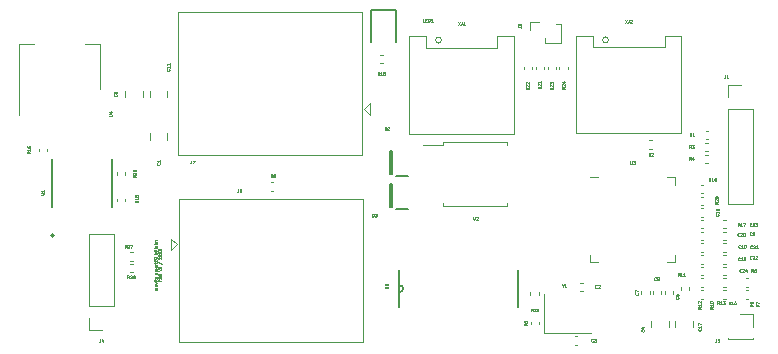
<source format=gbr>
G04 #@! TF.GenerationSoftware,KiCad,Pcbnew,(7.0.0-0)*
G04 #@! TF.CreationDate,2023-02-22T15:19:27+03:00*
G04 #@! TF.ProjectId,RP2040_minimal,52503230-3430-45f6-9d69-6e696d616c2e,REV1*
G04 #@! TF.SameCoordinates,Original*
G04 #@! TF.FileFunction,Legend,Top*
G04 #@! TF.FilePolarity,Positive*
%FSLAX46Y46*%
G04 Gerber Fmt 4.6, Leading zero omitted, Abs format (unit mm)*
G04 Created by KiCad (PCBNEW (7.0.0-0)) date 2023-02-22 15:19:27*
%MOMM*%
%LPD*%
G01*
G04 APERTURE LIST*
%ADD10C,0.062500*%
%ADD11C,0.120000*%
%ADD12C,0.152400*%
%ADD13C,0.200000*%
%ADD14C,0.127000*%
G04 APERTURE END LIST*
D10*
X134885345Y-68536732D02*
X134718678Y-68536732D01*
X134742488Y-68536732D02*
X134730583Y-68524827D01*
X134730583Y-68524827D02*
X134718678Y-68501017D01*
X134718678Y-68501017D02*
X134718678Y-68465303D01*
X134718678Y-68465303D02*
X134730583Y-68441494D01*
X134730583Y-68441494D02*
X134754392Y-68429589D01*
X134754392Y-68429589D02*
X134885345Y-68429589D01*
X134754392Y-68429589D02*
X134730583Y-68417684D01*
X134730583Y-68417684D02*
X134718678Y-68393875D01*
X134718678Y-68393875D02*
X134718678Y-68358160D01*
X134718678Y-68358160D02*
X134730583Y-68334351D01*
X134730583Y-68334351D02*
X134754392Y-68322446D01*
X134754392Y-68322446D02*
X134885345Y-68322446D01*
X134885345Y-68167684D02*
X134873440Y-68191494D01*
X134873440Y-68191494D02*
X134861535Y-68203399D01*
X134861535Y-68203399D02*
X134837726Y-68215303D01*
X134837726Y-68215303D02*
X134766297Y-68215303D01*
X134766297Y-68215303D02*
X134742488Y-68203399D01*
X134742488Y-68203399D02*
X134730583Y-68191494D01*
X134730583Y-68191494D02*
X134718678Y-68167684D01*
X134718678Y-68167684D02*
X134718678Y-68131970D01*
X134718678Y-68131970D02*
X134730583Y-68108161D01*
X134730583Y-68108161D02*
X134742488Y-68096256D01*
X134742488Y-68096256D02*
X134766297Y-68084351D01*
X134766297Y-68084351D02*
X134837726Y-68084351D01*
X134837726Y-68084351D02*
X134861535Y-68096256D01*
X134861535Y-68096256D02*
X134873440Y-68108161D01*
X134873440Y-68108161D02*
X134885345Y-68131970D01*
X134885345Y-68131970D02*
X134885345Y-68167684D01*
X134718678Y-68001018D02*
X134885345Y-67941494D01*
X134885345Y-67941494D02*
X134718678Y-67881971D01*
X134885345Y-67786733D02*
X134718678Y-67786733D01*
X134635345Y-67786733D02*
X134647250Y-67798637D01*
X134647250Y-67798637D02*
X134659154Y-67786733D01*
X134659154Y-67786733D02*
X134647250Y-67774828D01*
X134647250Y-67774828D02*
X134635345Y-67786733D01*
X134635345Y-67786733D02*
X134659154Y-67786733D01*
X134718678Y-67703399D02*
X134718678Y-67608161D01*
X134635345Y-67667685D02*
X134849630Y-67667685D01*
X134849630Y-67667685D02*
X134873440Y-67655780D01*
X134873440Y-67655780D02*
X134885345Y-67631970D01*
X134885345Y-67631970D02*
X134885345Y-67608161D01*
X134885345Y-67417685D02*
X134754392Y-67417685D01*
X134754392Y-67417685D02*
X134730583Y-67429590D01*
X134730583Y-67429590D02*
X134718678Y-67453399D01*
X134718678Y-67453399D02*
X134718678Y-67501018D01*
X134718678Y-67501018D02*
X134730583Y-67524828D01*
X134873440Y-67417685D02*
X134885345Y-67441494D01*
X134885345Y-67441494D02*
X134885345Y-67501018D01*
X134885345Y-67501018D02*
X134873440Y-67524828D01*
X134873440Y-67524828D02*
X134849630Y-67536732D01*
X134849630Y-67536732D02*
X134825821Y-67536732D01*
X134825821Y-67536732D02*
X134802011Y-67524828D01*
X134802011Y-67524828D02*
X134790107Y-67501018D01*
X134790107Y-67501018D02*
X134790107Y-67441494D01*
X134790107Y-67441494D02*
X134778202Y-67417685D01*
X134873440Y-67160542D02*
X134885345Y-67136733D01*
X134885345Y-67136733D02*
X134885345Y-67089114D01*
X134885345Y-67089114D02*
X134873440Y-67065304D01*
X134873440Y-67065304D02*
X134849630Y-67053400D01*
X134849630Y-67053400D02*
X134837726Y-67053400D01*
X134837726Y-67053400D02*
X134813916Y-67065304D01*
X134813916Y-67065304D02*
X134802011Y-67089114D01*
X134802011Y-67089114D02*
X134802011Y-67124828D01*
X134802011Y-67124828D02*
X134790107Y-67148638D01*
X134790107Y-67148638D02*
X134766297Y-67160542D01*
X134766297Y-67160542D02*
X134754392Y-67160542D01*
X134754392Y-67160542D02*
X134730583Y-67148638D01*
X134730583Y-67148638D02*
X134718678Y-67124828D01*
X134718678Y-67124828D02*
X134718678Y-67089114D01*
X134718678Y-67089114D02*
X134730583Y-67065304D01*
X134885345Y-66946257D02*
X134718678Y-66946257D01*
X134742488Y-66946257D02*
X134730583Y-66934352D01*
X134730583Y-66934352D02*
X134718678Y-66910542D01*
X134718678Y-66910542D02*
X134718678Y-66874828D01*
X134718678Y-66874828D02*
X134730583Y-66851019D01*
X134730583Y-66851019D02*
X134754392Y-66839114D01*
X134754392Y-66839114D02*
X134885345Y-66839114D01*
X134754392Y-66839114D02*
X134730583Y-66827209D01*
X134730583Y-66827209D02*
X134718678Y-66803400D01*
X134718678Y-66803400D02*
X134718678Y-66767685D01*
X134718678Y-66767685D02*
X134730583Y-66743876D01*
X134730583Y-66743876D02*
X134754392Y-66731971D01*
X134754392Y-66731971D02*
X134885345Y-66731971D01*
X134885345Y-66505781D02*
X134754392Y-66505781D01*
X134754392Y-66505781D02*
X134730583Y-66517686D01*
X134730583Y-66517686D02*
X134718678Y-66541495D01*
X134718678Y-66541495D02*
X134718678Y-66589114D01*
X134718678Y-66589114D02*
X134730583Y-66612924D01*
X134873440Y-66505781D02*
X134885345Y-66529590D01*
X134885345Y-66529590D02*
X134885345Y-66589114D01*
X134885345Y-66589114D02*
X134873440Y-66612924D01*
X134873440Y-66612924D02*
X134849630Y-66624828D01*
X134849630Y-66624828D02*
X134825821Y-66624828D01*
X134825821Y-66624828D02*
X134802011Y-66612924D01*
X134802011Y-66612924D02*
X134790107Y-66589114D01*
X134790107Y-66589114D02*
X134790107Y-66529590D01*
X134790107Y-66529590D02*
X134778202Y-66505781D01*
X134885345Y-66386734D02*
X134718678Y-66386734D01*
X134766297Y-66386734D02*
X134742488Y-66374829D01*
X134742488Y-66374829D02*
X134730583Y-66362924D01*
X134730583Y-66362924D02*
X134718678Y-66339115D01*
X134718678Y-66339115D02*
X134718678Y-66315305D01*
X134718678Y-66267686D02*
X134718678Y-66172448D01*
X134635345Y-66231972D02*
X134849630Y-66231972D01*
X134849630Y-66231972D02*
X134873440Y-66220067D01*
X134873440Y-66220067D02*
X134885345Y-66196257D01*
X134885345Y-66196257D02*
X134885345Y-66172448D01*
X134754392Y-66089115D02*
X134754392Y-66005781D01*
X134885345Y-65970067D02*
X134885345Y-66089115D01*
X134885345Y-66089115D02*
X134635345Y-66089115D01*
X134635345Y-66089115D02*
X134635345Y-65970067D01*
X134909154Y-65696258D02*
X134897250Y-65720068D01*
X134897250Y-65720068D02*
X134873440Y-65743877D01*
X134873440Y-65743877D02*
X134837726Y-65779591D01*
X134837726Y-65779591D02*
X134825821Y-65803401D01*
X134825821Y-65803401D02*
X134825821Y-65827210D01*
X134885345Y-65815306D02*
X134873440Y-65839115D01*
X134873440Y-65839115D02*
X134849630Y-65862925D01*
X134849630Y-65862925D02*
X134802011Y-65874829D01*
X134802011Y-65874829D02*
X134718678Y-65874829D01*
X134718678Y-65874829D02*
X134671059Y-65862925D01*
X134671059Y-65862925D02*
X134647250Y-65839115D01*
X134647250Y-65839115D02*
X134635345Y-65815306D01*
X134635345Y-65815306D02*
X134635345Y-65767687D01*
X134635345Y-65767687D02*
X134647250Y-65743877D01*
X134647250Y-65743877D02*
X134671059Y-65720068D01*
X134671059Y-65720068D02*
X134718678Y-65708163D01*
X134718678Y-65708163D02*
X134802011Y-65708163D01*
X134802011Y-65708163D02*
X134849630Y-65720068D01*
X134849630Y-65720068D02*
X134873440Y-65743877D01*
X134873440Y-65743877D02*
X134885345Y-65767687D01*
X134885345Y-65767687D02*
X134885345Y-65815306D01*
X134885345Y-65451020D02*
X134635345Y-65451020D01*
X134730583Y-65451020D02*
X134718678Y-65427210D01*
X134718678Y-65427210D02*
X134718678Y-65379591D01*
X134718678Y-65379591D02*
X134730583Y-65355782D01*
X134730583Y-65355782D02*
X134742488Y-65343877D01*
X134742488Y-65343877D02*
X134766297Y-65331972D01*
X134766297Y-65331972D02*
X134837726Y-65331972D01*
X134837726Y-65331972D02*
X134861535Y-65343877D01*
X134861535Y-65343877D02*
X134873440Y-65355782D01*
X134873440Y-65355782D02*
X134885345Y-65379591D01*
X134885345Y-65379591D02*
X134885345Y-65427210D01*
X134885345Y-65427210D02*
X134873440Y-65451020D01*
X134885345Y-65224830D02*
X134718678Y-65224830D01*
X134635345Y-65224830D02*
X134647250Y-65236734D01*
X134647250Y-65236734D02*
X134659154Y-65224830D01*
X134659154Y-65224830D02*
X134647250Y-65212925D01*
X134647250Y-65212925D02*
X134635345Y-65224830D01*
X134635345Y-65224830D02*
X134659154Y-65224830D01*
X134885345Y-65070067D02*
X134873440Y-65093877D01*
X134873440Y-65093877D02*
X134849630Y-65105782D01*
X134849630Y-65105782D02*
X134635345Y-65105782D01*
X134885345Y-64974830D02*
X134718678Y-64974830D01*
X134635345Y-64974830D02*
X134647250Y-64986734D01*
X134647250Y-64986734D02*
X134659154Y-64974830D01*
X134659154Y-64974830D02*
X134647250Y-64962925D01*
X134647250Y-64962925D02*
X134635345Y-64974830D01*
X134635345Y-64974830D02*
X134659154Y-64974830D01*
X134873440Y-64867686D02*
X134885345Y-64843877D01*
X134885345Y-64843877D02*
X134885345Y-64796258D01*
X134885345Y-64796258D02*
X134873440Y-64772448D01*
X134873440Y-64772448D02*
X134849630Y-64760544D01*
X134849630Y-64760544D02*
X134837726Y-64760544D01*
X134837726Y-64760544D02*
X134813916Y-64772448D01*
X134813916Y-64772448D02*
X134802011Y-64796258D01*
X134802011Y-64796258D02*
X134802011Y-64831972D01*
X134802011Y-64831972D02*
X134790107Y-64855782D01*
X134790107Y-64855782D02*
X134766297Y-64867686D01*
X134766297Y-64867686D02*
X134754392Y-64867686D01*
X134754392Y-64867686D02*
X134730583Y-64855782D01*
X134730583Y-64855782D02*
X134718678Y-64831972D01*
X134718678Y-64831972D02*
X134718678Y-64796258D01*
X134718678Y-64796258D02*
X134730583Y-64772448D01*
X134885345Y-64653401D02*
X134718678Y-64653401D01*
X134635345Y-64653401D02*
X134647250Y-64665305D01*
X134647250Y-64665305D02*
X134659154Y-64653401D01*
X134659154Y-64653401D02*
X134647250Y-64641496D01*
X134647250Y-64641496D02*
X134635345Y-64653401D01*
X134635345Y-64653401D02*
X134659154Y-64653401D01*
X134885345Y-64534353D02*
X134718678Y-64534353D01*
X134742488Y-64534353D02*
X134730583Y-64522448D01*
X134730583Y-64522448D02*
X134718678Y-64498638D01*
X134718678Y-64498638D02*
X134718678Y-64462924D01*
X134718678Y-64462924D02*
X134730583Y-64439115D01*
X134730583Y-64439115D02*
X134754392Y-64427210D01*
X134754392Y-64427210D02*
X134885345Y-64427210D01*
X134754392Y-64427210D02*
X134730583Y-64415305D01*
X134730583Y-64415305D02*
X134718678Y-64391496D01*
X134718678Y-64391496D02*
X134718678Y-64355781D01*
X134718678Y-64355781D02*
X134730583Y-64331972D01*
X134730583Y-64331972D02*
X134754392Y-64320067D01*
X134754392Y-64320067D02*
X134885345Y-64320067D01*
X135290345Y-67790304D02*
X135040345Y-67790304D01*
X135290345Y-67647447D02*
X135147488Y-67754589D01*
X135040345Y-67647447D02*
X135183202Y-67790304D01*
X135278440Y-67552208D02*
X135290345Y-67516494D01*
X135290345Y-67516494D02*
X135290345Y-67456970D01*
X135290345Y-67456970D02*
X135278440Y-67433161D01*
X135278440Y-67433161D02*
X135266535Y-67421256D01*
X135266535Y-67421256D02*
X135242726Y-67409351D01*
X135242726Y-67409351D02*
X135218916Y-67409351D01*
X135218916Y-67409351D02*
X135195107Y-67421256D01*
X135195107Y-67421256D02*
X135183202Y-67433161D01*
X135183202Y-67433161D02*
X135171297Y-67456970D01*
X135171297Y-67456970D02*
X135159392Y-67504589D01*
X135159392Y-67504589D02*
X135147488Y-67528399D01*
X135147488Y-67528399D02*
X135135583Y-67540304D01*
X135135583Y-67540304D02*
X135111773Y-67552208D01*
X135111773Y-67552208D02*
X135087964Y-67552208D01*
X135087964Y-67552208D02*
X135064154Y-67540304D01*
X135064154Y-67540304D02*
X135052250Y-67528399D01*
X135052250Y-67528399D02*
X135040345Y-67504589D01*
X135040345Y-67504589D02*
X135040345Y-67445066D01*
X135040345Y-67445066D02*
X135052250Y-67409351D01*
X135278440Y-67314113D02*
X135290345Y-67278399D01*
X135290345Y-67278399D02*
X135290345Y-67218875D01*
X135290345Y-67218875D02*
X135278440Y-67195066D01*
X135278440Y-67195066D02*
X135266535Y-67183161D01*
X135266535Y-67183161D02*
X135242726Y-67171256D01*
X135242726Y-67171256D02*
X135218916Y-67171256D01*
X135218916Y-67171256D02*
X135195107Y-67183161D01*
X135195107Y-67183161D02*
X135183202Y-67195066D01*
X135183202Y-67195066D02*
X135171297Y-67218875D01*
X135171297Y-67218875D02*
X135159392Y-67266494D01*
X135159392Y-67266494D02*
X135147488Y-67290304D01*
X135147488Y-67290304D02*
X135135583Y-67302209D01*
X135135583Y-67302209D02*
X135111773Y-67314113D01*
X135111773Y-67314113D02*
X135087964Y-67314113D01*
X135087964Y-67314113D02*
X135064154Y-67302209D01*
X135064154Y-67302209D02*
X135052250Y-67290304D01*
X135052250Y-67290304D02*
X135040345Y-67266494D01*
X135040345Y-67266494D02*
X135040345Y-67206971D01*
X135040345Y-67206971D02*
X135052250Y-67171256D01*
X135040345Y-66949828D02*
X135290345Y-66866495D01*
X135290345Y-66866495D02*
X135040345Y-66783161D01*
X135064154Y-66711732D02*
X135052250Y-66699828D01*
X135052250Y-66699828D02*
X135040345Y-66676018D01*
X135040345Y-66676018D02*
X135040345Y-66616494D01*
X135040345Y-66616494D02*
X135052250Y-66592685D01*
X135052250Y-66592685D02*
X135064154Y-66580780D01*
X135064154Y-66580780D02*
X135087964Y-66568875D01*
X135087964Y-66568875D02*
X135111773Y-66568875D01*
X135111773Y-66568875D02*
X135147488Y-66580780D01*
X135147488Y-66580780D02*
X135290345Y-66723637D01*
X135290345Y-66723637D02*
X135290345Y-66568875D01*
X135028440Y-66133161D02*
X135349869Y-66347447D01*
X135064154Y-65911732D02*
X135052250Y-65899828D01*
X135052250Y-65899828D02*
X135040345Y-65876018D01*
X135040345Y-65876018D02*
X135040345Y-65816494D01*
X135040345Y-65816494D02*
X135052250Y-65792685D01*
X135052250Y-65792685D02*
X135064154Y-65780780D01*
X135064154Y-65780780D02*
X135087964Y-65768875D01*
X135087964Y-65768875D02*
X135111773Y-65768875D01*
X135111773Y-65768875D02*
X135147488Y-65780780D01*
X135147488Y-65780780D02*
X135290345Y-65923637D01*
X135290345Y-65923637D02*
X135290345Y-65768875D01*
X135040345Y-65614114D02*
X135040345Y-65590304D01*
X135040345Y-65590304D02*
X135052250Y-65566495D01*
X135052250Y-65566495D02*
X135064154Y-65554590D01*
X135064154Y-65554590D02*
X135087964Y-65542685D01*
X135087964Y-65542685D02*
X135135583Y-65530780D01*
X135135583Y-65530780D02*
X135195107Y-65530780D01*
X135195107Y-65530780D02*
X135242726Y-65542685D01*
X135242726Y-65542685D02*
X135266535Y-65554590D01*
X135266535Y-65554590D02*
X135278440Y-65566495D01*
X135278440Y-65566495D02*
X135290345Y-65590304D01*
X135290345Y-65590304D02*
X135290345Y-65614114D01*
X135290345Y-65614114D02*
X135278440Y-65637923D01*
X135278440Y-65637923D02*
X135266535Y-65649828D01*
X135266535Y-65649828D02*
X135242726Y-65661733D01*
X135242726Y-65661733D02*
X135195107Y-65673637D01*
X135195107Y-65673637D02*
X135135583Y-65673637D01*
X135135583Y-65673637D02*
X135087964Y-65661733D01*
X135087964Y-65661733D02*
X135064154Y-65649828D01*
X135064154Y-65649828D02*
X135052250Y-65637923D01*
X135052250Y-65637923D02*
X135040345Y-65614114D01*
X135064154Y-65435542D02*
X135052250Y-65423638D01*
X135052250Y-65423638D02*
X135040345Y-65399828D01*
X135040345Y-65399828D02*
X135040345Y-65340304D01*
X135040345Y-65340304D02*
X135052250Y-65316495D01*
X135052250Y-65316495D02*
X135064154Y-65304590D01*
X135064154Y-65304590D02*
X135087964Y-65292685D01*
X135087964Y-65292685D02*
X135111773Y-65292685D01*
X135111773Y-65292685D02*
X135147488Y-65304590D01*
X135147488Y-65304590D02*
X135290345Y-65447447D01*
X135290345Y-65447447D02*
X135290345Y-65292685D01*
X135040345Y-65209352D02*
X135040345Y-65054590D01*
X135040345Y-65054590D02*
X135135583Y-65137924D01*
X135135583Y-65137924D02*
X135135583Y-65102209D01*
X135135583Y-65102209D02*
X135147488Y-65078400D01*
X135147488Y-65078400D02*
X135159392Y-65066495D01*
X135159392Y-65066495D02*
X135183202Y-65054590D01*
X135183202Y-65054590D02*
X135242726Y-65054590D01*
X135242726Y-65054590D02*
X135266535Y-65066495D01*
X135266535Y-65066495D02*
X135278440Y-65078400D01*
X135278440Y-65078400D02*
X135290345Y-65102209D01*
X135290345Y-65102209D02*
X135290345Y-65173638D01*
X135290345Y-65173638D02*
X135278440Y-65197447D01*
X135278440Y-65197447D02*
X135266535Y-65209352D01*
X184294285Y-64924035D02*
X184282381Y-64935940D01*
X184282381Y-64935940D02*
X184246666Y-64947845D01*
X184246666Y-64947845D02*
X184222857Y-64947845D01*
X184222857Y-64947845D02*
X184187143Y-64935940D01*
X184187143Y-64935940D02*
X184163333Y-64912130D01*
X184163333Y-64912130D02*
X184151428Y-64888321D01*
X184151428Y-64888321D02*
X184139524Y-64840702D01*
X184139524Y-64840702D02*
X184139524Y-64804988D01*
X184139524Y-64804988D02*
X184151428Y-64757369D01*
X184151428Y-64757369D02*
X184163333Y-64733559D01*
X184163333Y-64733559D02*
X184187143Y-64709750D01*
X184187143Y-64709750D02*
X184222857Y-64697845D01*
X184222857Y-64697845D02*
X184246666Y-64697845D01*
X184246666Y-64697845D02*
X184282381Y-64709750D01*
X184282381Y-64709750D02*
X184294285Y-64721654D01*
X184532381Y-64947845D02*
X184389524Y-64947845D01*
X184460952Y-64947845D02*
X184460952Y-64697845D01*
X184460952Y-64697845D02*
X184437143Y-64733559D01*
X184437143Y-64733559D02*
X184413333Y-64757369D01*
X184413333Y-64757369D02*
X184389524Y-64769273D01*
X184687142Y-64697845D02*
X184710952Y-64697845D01*
X184710952Y-64697845D02*
X184734761Y-64709750D01*
X184734761Y-64709750D02*
X184746666Y-64721654D01*
X184746666Y-64721654D02*
X184758571Y-64745464D01*
X184758571Y-64745464D02*
X184770476Y-64793083D01*
X184770476Y-64793083D02*
X184770476Y-64852607D01*
X184770476Y-64852607D02*
X184758571Y-64900226D01*
X184758571Y-64900226D02*
X184746666Y-64924035D01*
X184746666Y-64924035D02*
X184734761Y-64935940D01*
X184734761Y-64935940D02*
X184710952Y-64947845D01*
X184710952Y-64947845D02*
X184687142Y-64947845D01*
X184687142Y-64947845D02*
X184663333Y-64935940D01*
X184663333Y-64935940D02*
X184651428Y-64924035D01*
X184651428Y-64924035D02*
X184639523Y-64900226D01*
X184639523Y-64900226D02*
X184627619Y-64852607D01*
X184627619Y-64852607D02*
X184627619Y-64793083D01*
X184627619Y-64793083D02*
X184639523Y-64745464D01*
X184639523Y-64745464D02*
X184651428Y-64721654D01*
X184651428Y-64721654D02*
X184663333Y-64709750D01*
X184663333Y-64709750D02*
X184687142Y-64697845D01*
X184395885Y-66981435D02*
X184383981Y-66993340D01*
X184383981Y-66993340D02*
X184348266Y-67005245D01*
X184348266Y-67005245D02*
X184324457Y-67005245D01*
X184324457Y-67005245D02*
X184288743Y-66993340D01*
X184288743Y-66993340D02*
X184264933Y-66969530D01*
X184264933Y-66969530D02*
X184253028Y-66945721D01*
X184253028Y-66945721D02*
X184241124Y-66898102D01*
X184241124Y-66898102D02*
X184241124Y-66862388D01*
X184241124Y-66862388D02*
X184253028Y-66814769D01*
X184253028Y-66814769D02*
X184264933Y-66790959D01*
X184264933Y-66790959D02*
X184288743Y-66767150D01*
X184288743Y-66767150D02*
X184324457Y-66755245D01*
X184324457Y-66755245D02*
X184348266Y-66755245D01*
X184348266Y-66755245D02*
X184383981Y-66767150D01*
X184383981Y-66767150D02*
X184395885Y-66779054D01*
X184491124Y-66779054D02*
X184503028Y-66767150D01*
X184503028Y-66767150D02*
X184526838Y-66755245D01*
X184526838Y-66755245D02*
X184586362Y-66755245D01*
X184586362Y-66755245D02*
X184610171Y-66767150D01*
X184610171Y-66767150D02*
X184622076Y-66779054D01*
X184622076Y-66779054D02*
X184633981Y-66802864D01*
X184633981Y-66802864D02*
X184633981Y-66826673D01*
X184633981Y-66826673D02*
X184622076Y-66862388D01*
X184622076Y-66862388D02*
X184479219Y-67005245D01*
X184479219Y-67005245D02*
X184633981Y-67005245D01*
X184848266Y-66838578D02*
X184848266Y-67005245D01*
X184788742Y-66743340D02*
X184729219Y-66921911D01*
X184729219Y-66921911D02*
X184883980Y-66921911D01*
X154223245Y-68373876D02*
X154425626Y-68373876D01*
X154425626Y-68373876D02*
X154449435Y-68361971D01*
X154449435Y-68361971D02*
X154461340Y-68350066D01*
X154461340Y-68350066D02*
X154473245Y-68326257D01*
X154473245Y-68326257D02*
X154473245Y-68278638D01*
X154473245Y-68278638D02*
X154461340Y-68254828D01*
X154461340Y-68254828D02*
X154449435Y-68242923D01*
X154449435Y-68242923D02*
X154425626Y-68231019D01*
X154425626Y-68231019D02*
X154223245Y-68231019D01*
X154223245Y-68004828D02*
X154223245Y-68052447D01*
X154223245Y-68052447D02*
X154235150Y-68076256D01*
X154235150Y-68076256D02*
X154247054Y-68088161D01*
X154247054Y-68088161D02*
X154282769Y-68111971D01*
X154282769Y-68111971D02*
X154330388Y-68123875D01*
X154330388Y-68123875D02*
X154425626Y-68123875D01*
X154425626Y-68123875D02*
X154449435Y-68111971D01*
X154449435Y-68111971D02*
X154461340Y-68100066D01*
X154461340Y-68100066D02*
X154473245Y-68076256D01*
X154473245Y-68076256D02*
X154473245Y-68028637D01*
X154473245Y-68028637D02*
X154461340Y-68004828D01*
X154461340Y-68004828D02*
X154449435Y-67992923D01*
X154449435Y-67992923D02*
X154425626Y-67981018D01*
X154425626Y-67981018D02*
X154366102Y-67981018D01*
X154366102Y-67981018D02*
X154342292Y-67992923D01*
X154342292Y-67992923D02*
X154330388Y-68004828D01*
X154330388Y-68004828D02*
X154318483Y-68028637D01*
X154318483Y-68028637D02*
X154318483Y-68076256D01*
X154318483Y-68076256D02*
X154330388Y-68100066D01*
X154330388Y-68100066D02*
X154342292Y-68111971D01*
X154342292Y-68111971D02*
X154366102Y-68123875D01*
X180120733Y-57505645D02*
X180037400Y-57386597D01*
X179977876Y-57505645D02*
X179977876Y-57255645D01*
X179977876Y-57255645D02*
X180073114Y-57255645D01*
X180073114Y-57255645D02*
X180096924Y-57267550D01*
X180096924Y-57267550D02*
X180108829Y-57279454D01*
X180108829Y-57279454D02*
X180120733Y-57303264D01*
X180120733Y-57303264D02*
X180120733Y-57338978D01*
X180120733Y-57338978D02*
X180108829Y-57362788D01*
X180108829Y-57362788D02*
X180096924Y-57374692D01*
X180096924Y-57374692D02*
X180073114Y-57386597D01*
X180073114Y-57386597D02*
X179977876Y-57386597D01*
X180335019Y-57338978D02*
X180335019Y-57505645D01*
X180275495Y-57243740D02*
X180215972Y-57422311D01*
X180215972Y-57422311D02*
X180370733Y-57422311D01*
X183456085Y-69748445D02*
X183372752Y-69629397D01*
X183313228Y-69748445D02*
X183313228Y-69498445D01*
X183313228Y-69498445D02*
X183408466Y-69498445D01*
X183408466Y-69498445D02*
X183432276Y-69510350D01*
X183432276Y-69510350D02*
X183444181Y-69522254D01*
X183444181Y-69522254D02*
X183456085Y-69546064D01*
X183456085Y-69546064D02*
X183456085Y-69581778D01*
X183456085Y-69581778D02*
X183444181Y-69605588D01*
X183444181Y-69605588D02*
X183432276Y-69617492D01*
X183432276Y-69617492D02*
X183408466Y-69629397D01*
X183408466Y-69629397D02*
X183313228Y-69629397D01*
X183694181Y-69748445D02*
X183551324Y-69748445D01*
X183622752Y-69748445D02*
X183622752Y-69498445D01*
X183622752Y-69498445D02*
X183598943Y-69534159D01*
X183598943Y-69534159D02*
X183575133Y-69557969D01*
X183575133Y-69557969D02*
X183551324Y-69569873D01*
X183908466Y-69581778D02*
X183908466Y-69748445D01*
X183848942Y-69486540D02*
X183789419Y-69665111D01*
X183789419Y-69665111D02*
X183944180Y-69665111D01*
X154211476Y-54970245D02*
X154211476Y-54720245D01*
X154211476Y-54720245D02*
X154271000Y-54720245D01*
X154271000Y-54720245D02*
X154306714Y-54732150D01*
X154306714Y-54732150D02*
X154330524Y-54755959D01*
X154330524Y-54755959D02*
X154342429Y-54779769D01*
X154342429Y-54779769D02*
X154354333Y-54827388D01*
X154354333Y-54827388D02*
X154354333Y-54863102D01*
X154354333Y-54863102D02*
X154342429Y-54910721D01*
X154342429Y-54910721D02*
X154330524Y-54934530D01*
X154330524Y-54934530D02*
X154306714Y-54958340D01*
X154306714Y-54958340D02*
X154271000Y-54970245D01*
X154271000Y-54970245D02*
X154211476Y-54970245D01*
X154449572Y-54744054D02*
X154461476Y-54732150D01*
X154461476Y-54732150D02*
X154485286Y-54720245D01*
X154485286Y-54720245D02*
X154544810Y-54720245D01*
X154544810Y-54720245D02*
X154568619Y-54732150D01*
X154568619Y-54732150D02*
X154580524Y-54744054D01*
X154580524Y-54744054D02*
X154592429Y-54767864D01*
X154592429Y-54767864D02*
X154592429Y-54791673D01*
X154592429Y-54791673D02*
X154580524Y-54827388D01*
X154580524Y-54827388D02*
X154437667Y-54970245D01*
X154437667Y-54970245D02*
X154592429Y-54970245D01*
X184218085Y-63908035D02*
X184206181Y-63919940D01*
X184206181Y-63919940D02*
X184170466Y-63931845D01*
X184170466Y-63931845D02*
X184146657Y-63931845D01*
X184146657Y-63931845D02*
X184110943Y-63919940D01*
X184110943Y-63919940D02*
X184087133Y-63896130D01*
X184087133Y-63896130D02*
X184075228Y-63872321D01*
X184075228Y-63872321D02*
X184063324Y-63824702D01*
X184063324Y-63824702D02*
X184063324Y-63788988D01*
X184063324Y-63788988D02*
X184075228Y-63741369D01*
X184075228Y-63741369D02*
X184087133Y-63717559D01*
X184087133Y-63717559D02*
X184110943Y-63693750D01*
X184110943Y-63693750D02*
X184146657Y-63681845D01*
X184146657Y-63681845D02*
X184170466Y-63681845D01*
X184170466Y-63681845D02*
X184206181Y-63693750D01*
X184206181Y-63693750D02*
X184218085Y-63705654D01*
X184313324Y-63705654D02*
X184325228Y-63693750D01*
X184325228Y-63693750D02*
X184349038Y-63681845D01*
X184349038Y-63681845D02*
X184408562Y-63681845D01*
X184408562Y-63681845D02*
X184432371Y-63693750D01*
X184432371Y-63693750D02*
X184444276Y-63705654D01*
X184444276Y-63705654D02*
X184456181Y-63729464D01*
X184456181Y-63729464D02*
X184456181Y-63753273D01*
X184456181Y-63753273D02*
X184444276Y-63788988D01*
X184444276Y-63788988D02*
X184301419Y-63931845D01*
X184301419Y-63931845D02*
X184456181Y-63931845D01*
X184610942Y-63681845D02*
X184634752Y-63681845D01*
X184634752Y-63681845D02*
X184658561Y-63693750D01*
X184658561Y-63693750D02*
X184670466Y-63705654D01*
X184670466Y-63705654D02*
X184682371Y-63729464D01*
X184682371Y-63729464D02*
X184694276Y-63777083D01*
X184694276Y-63777083D02*
X184694276Y-63836607D01*
X184694276Y-63836607D02*
X184682371Y-63884226D01*
X184682371Y-63884226D02*
X184670466Y-63908035D01*
X184670466Y-63908035D02*
X184658561Y-63919940D01*
X184658561Y-63919940D02*
X184634752Y-63931845D01*
X184634752Y-63931845D02*
X184610942Y-63931845D01*
X184610942Y-63931845D02*
X184587133Y-63919940D01*
X184587133Y-63919940D02*
X184575228Y-63908035D01*
X184575228Y-63908035D02*
X184563323Y-63884226D01*
X184563323Y-63884226D02*
X184551419Y-63836607D01*
X184551419Y-63836607D02*
X184551419Y-63777083D01*
X184551419Y-63777083D02*
X184563323Y-63729464D01*
X184563323Y-63729464D02*
X184575228Y-63705654D01*
X184575228Y-63705654D02*
X184587133Y-63693750D01*
X184587133Y-63693750D02*
X184610942Y-63681845D01*
X185315285Y-64976435D02*
X185303381Y-64988340D01*
X185303381Y-64988340D02*
X185267666Y-65000245D01*
X185267666Y-65000245D02*
X185243857Y-65000245D01*
X185243857Y-65000245D02*
X185208143Y-64988340D01*
X185208143Y-64988340D02*
X185184333Y-64964530D01*
X185184333Y-64964530D02*
X185172428Y-64940721D01*
X185172428Y-64940721D02*
X185160524Y-64893102D01*
X185160524Y-64893102D02*
X185160524Y-64857388D01*
X185160524Y-64857388D02*
X185172428Y-64809769D01*
X185172428Y-64809769D02*
X185184333Y-64785959D01*
X185184333Y-64785959D02*
X185208143Y-64762150D01*
X185208143Y-64762150D02*
X185243857Y-64750245D01*
X185243857Y-64750245D02*
X185267666Y-64750245D01*
X185267666Y-64750245D02*
X185303381Y-64762150D01*
X185303381Y-64762150D02*
X185315285Y-64774054D01*
X185410524Y-64774054D02*
X185422428Y-64762150D01*
X185422428Y-64762150D02*
X185446238Y-64750245D01*
X185446238Y-64750245D02*
X185505762Y-64750245D01*
X185505762Y-64750245D02*
X185529571Y-64762150D01*
X185529571Y-64762150D02*
X185541476Y-64774054D01*
X185541476Y-64774054D02*
X185553381Y-64797864D01*
X185553381Y-64797864D02*
X185553381Y-64821673D01*
X185553381Y-64821673D02*
X185541476Y-64857388D01*
X185541476Y-64857388D02*
X185398619Y-65000245D01*
X185398619Y-65000245D02*
X185553381Y-65000245D01*
X185791476Y-65000245D02*
X185648619Y-65000245D01*
X185720047Y-65000245D02*
X185720047Y-64750245D01*
X185720047Y-64750245D02*
X185696238Y-64785959D01*
X185696238Y-64785959D02*
X185672428Y-64809769D01*
X185672428Y-64809769D02*
X185648619Y-64821673D01*
X169433845Y-51326114D02*
X169314797Y-51409447D01*
X169433845Y-51468971D02*
X169183845Y-51468971D01*
X169183845Y-51468971D02*
X169183845Y-51373733D01*
X169183845Y-51373733D02*
X169195750Y-51349923D01*
X169195750Y-51349923D02*
X169207654Y-51338018D01*
X169207654Y-51338018D02*
X169231464Y-51326114D01*
X169231464Y-51326114D02*
X169267178Y-51326114D01*
X169267178Y-51326114D02*
X169290988Y-51338018D01*
X169290988Y-51338018D02*
X169302892Y-51349923D01*
X169302892Y-51349923D02*
X169314797Y-51373733D01*
X169314797Y-51373733D02*
X169314797Y-51468971D01*
X169207654Y-51230875D02*
X169195750Y-51218971D01*
X169195750Y-51218971D02*
X169183845Y-51195161D01*
X169183845Y-51195161D02*
X169183845Y-51135637D01*
X169183845Y-51135637D02*
X169195750Y-51111828D01*
X169195750Y-51111828D02*
X169207654Y-51099923D01*
X169207654Y-51099923D02*
X169231464Y-51088018D01*
X169231464Y-51088018D02*
X169255273Y-51088018D01*
X169255273Y-51088018D02*
X169290988Y-51099923D01*
X169290988Y-51099923D02*
X169433845Y-51242780D01*
X169433845Y-51242780D02*
X169433845Y-51088018D01*
X169267178Y-50873733D02*
X169433845Y-50873733D01*
X169171940Y-50933257D02*
X169350511Y-50992780D01*
X169350511Y-50992780D02*
X169350511Y-50838019D01*
X175633035Y-68783866D02*
X175644940Y-68795770D01*
X175644940Y-68795770D02*
X175656845Y-68831485D01*
X175656845Y-68831485D02*
X175656845Y-68855294D01*
X175656845Y-68855294D02*
X175644940Y-68891008D01*
X175644940Y-68891008D02*
X175621130Y-68914818D01*
X175621130Y-68914818D02*
X175597321Y-68926723D01*
X175597321Y-68926723D02*
X175549702Y-68938627D01*
X175549702Y-68938627D02*
X175513988Y-68938627D01*
X175513988Y-68938627D02*
X175466369Y-68926723D01*
X175466369Y-68926723D02*
X175442559Y-68914818D01*
X175442559Y-68914818D02*
X175418750Y-68891008D01*
X175418750Y-68891008D02*
X175406845Y-68855294D01*
X175406845Y-68855294D02*
X175406845Y-68831485D01*
X175406845Y-68831485D02*
X175418750Y-68795770D01*
X175418750Y-68795770D02*
X175430654Y-68783866D01*
X175406845Y-68700532D02*
X175406845Y-68533866D01*
X175406845Y-68533866D02*
X175656845Y-68641008D01*
X133289645Y-60952714D02*
X133170597Y-61036047D01*
X133289645Y-61095571D02*
X133039645Y-61095571D01*
X133039645Y-61095571D02*
X133039645Y-61000333D01*
X133039645Y-61000333D02*
X133051550Y-60976523D01*
X133051550Y-60976523D02*
X133063454Y-60964618D01*
X133063454Y-60964618D02*
X133087264Y-60952714D01*
X133087264Y-60952714D02*
X133122978Y-60952714D01*
X133122978Y-60952714D02*
X133146788Y-60964618D01*
X133146788Y-60964618D02*
X133158692Y-60976523D01*
X133158692Y-60976523D02*
X133170597Y-61000333D01*
X133170597Y-61000333D02*
X133170597Y-61095571D01*
X133289645Y-60714618D02*
X133289645Y-60857475D01*
X133289645Y-60786047D02*
X133039645Y-60786047D01*
X133039645Y-60786047D02*
X133075359Y-60809856D01*
X133075359Y-60809856D02*
X133099169Y-60833666D01*
X133099169Y-60833666D02*
X133111073Y-60857475D01*
X133039645Y-60488428D02*
X133039645Y-60607476D01*
X133039645Y-60607476D02*
X133158692Y-60619380D01*
X133158692Y-60619380D02*
X133146788Y-60607476D01*
X133146788Y-60607476D02*
X133134883Y-60583666D01*
X133134883Y-60583666D02*
X133134883Y-60524142D01*
X133134883Y-60524142D02*
X133146788Y-60500333D01*
X133146788Y-60500333D02*
X133158692Y-60488428D01*
X133158692Y-60488428D02*
X133182502Y-60476523D01*
X133182502Y-60476523D02*
X133242026Y-60476523D01*
X133242026Y-60476523D02*
X133265835Y-60488428D01*
X133265835Y-60488428D02*
X133277740Y-60500333D01*
X133277740Y-60500333D02*
X133289645Y-60524142D01*
X133289645Y-60524142D02*
X133289645Y-60583666D01*
X133289645Y-60583666D02*
X133277740Y-60607476D01*
X133277740Y-60607476D02*
X133265835Y-60619380D01*
X124204845Y-56812514D02*
X124085797Y-56895847D01*
X124204845Y-56955371D02*
X123954845Y-56955371D01*
X123954845Y-56955371D02*
X123954845Y-56860133D01*
X123954845Y-56860133D02*
X123966750Y-56836323D01*
X123966750Y-56836323D02*
X123978654Y-56824418D01*
X123978654Y-56824418D02*
X124002464Y-56812514D01*
X124002464Y-56812514D02*
X124038178Y-56812514D01*
X124038178Y-56812514D02*
X124061988Y-56824418D01*
X124061988Y-56824418D02*
X124073892Y-56836323D01*
X124073892Y-56836323D02*
X124085797Y-56860133D01*
X124085797Y-56860133D02*
X124085797Y-56955371D01*
X124204845Y-56574418D02*
X124204845Y-56717275D01*
X124204845Y-56645847D02*
X123954845Y-56645847D01*
X123954845Y-56645847D02*
X123990559Y-56669656D01*
X123990559Y-56669656D02*
X124014369Y-56693466D01*
X124014369Y-56693466D02*
X124026273Y-56717275D01*
X123954845Y-56360133D02*
X123954845Y-56407752D01*
X123954845Y-56407752D02*
X123966750Y-56431561D01*
X123966750Y-56431561D02*
X123978654Y-56443466D01*
X123978654Y-56443466D02*
X124014369Y-56467276D01*
X124014369Y-56467276D02*
X124061988Y-56479180D01*
X124061988Y-56479180D02*
X124157226Y-56479180D01*
X124157226Y-56479180D02*
X124181035Y-56467276D01*
X124181035Y-56467276D02*
X124192940Y-56455371D01*
X124192940Y-56455371D02*
X124204845Y-56431561D01*
X124204845Y-56431561D02*
X124204845Y-56383942D01*
X124204845Y-56383942D02*
X124192940Y-56360133D01*
X124192940Y-56360133D02*
X124181035Y-56348228D01*
X124181035Y-56348228D02*
X124157226Y-56336323D01*
X124157226Y-56336323D02*
X124097702Y-56336323D01*
X124097702Y-56336323D02*
X124073892Y-56348228D01*
X124073892Y-56348228D02*
X124061988Y-56360133D01*
X124061988Y-56360133D02*
X124050083Y-56383942D01*
X124050083Y-56383942D02*
X124050083Y-56431561D01*
X124050083Y-56431561D02*
X124061988Y-56455371D01*
X124061988Y-56455371D02*
X124073892Y-56467276D01*
X124073892Y-56467276D02*
X124097702Y-56479180D01*
X125084845Y-60442476D02*
X125287226Y-60442476D01*
X125287226Y-60442476D02*
X125311035Y-60430571D01*
X125311035Y-60430571D02*
X125322940Y-60418666D01*
X125322940Y-60418666D02*
X125334845Y-60394857D01*
X125334845Y-60394857D02*
X125334845Y-60347238D01*
X125334845Y-60347238D02*
X125322940Y-60323428D01*
X125322940Y-60323428D02*
X125311035Y-60311523D01*
X125311035Y-60311523D02*
X125287226Y-60299619D01*
X125287226Y-60299619D02*
X125084845Y-60299619D01*
X125334845Y-60049618D02*
X125334845Y-60192475D01*
X125334845Y-60121047D02*
X125084845Y-60121047D01*
X125084845Y-60121047D02*
X125120559Y-60144856D01*
X125120559Y-60144856D02*
X125144369Y-60168666D01*
X125144369Y-60168666D02*
X125156273Y-60192475D01*
X144687733Y-58978845D02*
X144604400Y-58859797D01*
X144544876Y-58978845D02*
X144544876Y-58728845D01*
X144544876Y-58728845D02*
X144640114Y-58728845D01*
X144640114Y-58728845D02*
X144663924Y-58740750D01*
X144663924Y-58740750D02*
X144675829Y-58752654D01*
X144675829Y-58752654D02*
X144687733Y-58776464D01*
X144687733Y-58776464D02*
X144687733Y-58812178D01*
X144687733Y-58812178D02*
X144675829Y-58835988D01*
X144675829Y-58835988D02*
X144663924Y-58847892D01*
X144663924Y-58847892D02*
X144640114Y-58859797D01*
X144640114Y-58859797D02*
X144544876Y-58859797D01*
X144830591Y-58835988D02*
X144806781Y-58824083D01*
X144806781Y-58824083D02*
X144794876Y-58812178D01*
X144794876Y-58812178D02*
X144782972Y-58788369D01*
X144782972Y-58788369D02*
X144782972Y-58776464D01*
X144782972Y-58776464D02*
X144794876Y-58752654D01*
X144794876Y-58752654D02*
X144806781Y-58740750D01*
X144806781Y-58740750D02*
X144830591Y-58728845D01*
X144830591Y-58728845D02*
X144878210Y-58728845D01*
X144878210Y-58728845D02*
X144902019Y-58740750D01*
X144902019Y-58740750D02*
X144913924Y-58752654D01*
X144913924Y-58752654D02*
X144925829Y-58776464D01*
X144925829Y-58776464D02*
X144925829Y-58788369D01*
X144925829Y-58788369D02*
X144913924Y-58812178D01*
X144913924Y-58812178D02*
X144902019Y-58824083D01*
X144902019Y-58824083D02*
X144878210Y-58835988D01*
X144878210Y-58835988D02*
X144830591Y-58835988D01*
X144830591Y-58835988D02*
X144806781Y-58847892D01*
X144806781Y-58847892D02*
X144794876Y-58859797D01*
X144794876Y-58859797D02*
X144782972Y-58883607D01*
X144782972Y-58883607D02*
X144782972Y-58931226D01*
X144782972Y-58931226D02*
X144794876Y-58955035D01*
X144794876Y-58955035D02*
X144806781Y-58966940D01*
X144806781Y-58966940D02*
X144830591Y-58978845D01*
X144830591Y-58978845D02*
X144878210Y-58978845D01*
X144878210Y-58978845D02*
X144902019Y-58966940D01*
X144902019Y-58966940D02*
X144913924Y-58955035D01*
X144913924Y-58955035D02*
X144925829Y-58931226D01*
X144925829Y-58931226D02*
X144925829Y-58883607D01*
X144925829Y-58883607D02*
X144913924Y-58859797D01*
X144913924Y-58859797D02*
X144902019Y-58847892D01*
X144902019Y-58847892D02*
X144878210Y-58835988D01*
X177174333Y-67667235D02*
X177162429Y-67679140D01*
X177162429Y-67679140D02*
X177126714Y-67691045D01*
X177126714Y-67691045D02*
X177102905Y-67691045D01*
X177102905Y-67691045D02*
X177067191Y-67679140D01*
X177067191Y-67679140D02*
X177043381Y-67655330D01*
X177043381Y-67655330D02*
X177031476Y-67631521D01*
X177031476Y-67631521D02*
X177019572Y-67583902D01*
X177019572Y-67583902D02*
X177019572Y-67548188D01*
X177019572Y-67548188D02*
X177031476Y-67500569D01*
X177031476Y-67500569D02*
X177043381Y-67476759D01*
X177043381Y-67476759D02*
X177067191Y-67452950D01*
X177067191Y-67452950D02*
X177102905Y-67441045D01*
X177102905Y-67441045D02*
X177126714Y-67441045D01*
X177126714Y-67441045D02*
X177162429Y-67452950D01*
X177162429Y-67452950D02*
X177174333Y-67464854D01*
X177317191Y-67548188D02*
X177293381Y-67536283D01*
X177293381Y-67536283D02*
X177281476Y-67524378D01*
X177281476Y-67524378D02*
X177269572Y-67500569D01*
X177269572Y-67500569D02*
X177269572Y-67488664D01*
X177269572Y-67488664D02*
X177281476Y-67464854D01*
X177281476Y-67464854D02*
X177293381Y-67452950D01*
X177293381Y-67452950D02*
X177317191Y-67441045D01*
X177317191Y-67441045D02*
X177364810Y-67441045D01*
X177364810Y-67441045D02*
X177388619Y-67452950D01*
X177388619Y-67452950D02*
X177400524Y-67464854D01*
X177400524Y-67464854D02*
X177412429Y-67488664D01*
X177412429Y-67488664D02*
X177412429Y-67500569D01*
X177412429Y-67500569D02*
X177400524Y-67524378D01*
X177400524Y-67524378D02*
X177388619Y-67536283D01*
X177388619Y-67536283D02*
X177364810Y-67548188D01*
X177364810Y-67548188D02*
X177317191Y-67548188D01*
X177317191Y-67548188D02*
X177293381Y-67560092D01*
X177293381Y-67560092D02*
X177281476Y-67571997D01*
X177281476Y-67571997D02*
X177269572Y-67595807D01*
X177269572Y-67595807D02*
X177269572Y-67643426D01*
X177269572Y-67643426D02*
X177281476Y-67667235D01*
X177281476Y-67667235D02*
X177293381Y-67679140D01*
X177293381Y-67679140D02*
X177317191Y-67691045D01*
X177317191Y-67691045D02*
X177364810Y-67691045D01*
X177364810Y-67691045D02*
X177388619Y-67679140D01*
X177388619Y-67679140D02*
X177400524Y-67667235D01*
X177400524Y-67667235D02*
X177412429Y-67643426D01*
X177412429Y-67643426D02*
X177412429Y-67595807D01*
X177412429Y-67595807D02*
X177400524Y-67571997D01*
X177400524Y-67571997D02*
X177388619Y-67560092D01*
X177388619Y-67560092D02*
X177364810Y-67548188D01*
X131487835Y-51969066D02*
X131499740Y-51980970D01*
X131499740Y-51980970D02*
X131511645Y-52016685D01*
X131511645Y-52016685D02*
X131511645Y-52040494D01*
X131511645Y-52040494D02*
X131499740Y-52076208D01*
X131499740Y-52076208D02*
X131475930Y-52100018D01*
X131475930Y-52100018D02*
X131452121Y-52111923D01*
X131452121Y-52111923D02*
X131404502Y-52123827D01*
X131404502Y-52123827D02*
X131368788Y-52123827D01*
X131368788Y-52123827D02*
X131321169Y-52111923D01*
X131321169Y-52111923D02*
X131297359Y-52100018D01*
X131297359Y-52100018D02*
X131273550Y-52076208D01*
X131273550Y-52076208D02*
X131261645Y-52040494D01*
X131261645Y-52040494D02*
X131261645Y-52016685D01*
X131261645Y-52016685D02*
X131273550Y-51980970D01*
X131273550Y-51980970D02*
X131285454Y-51969066D01*
X131511645Y-51850018D02*
X131511645Y-51802399D01*
X131511645Y-51802399D02*
X131499740Y-51778589D01*
X131499740Y-51778589D02*
X131487835Y-51766685D01*
X131487835Y-51766685D02*
X131452121Y-51742875D01*
X131452121Y-51742875D02*
X131404502Y-51730970D01*
X131404502Y-51730970D02*
X131309264Y-51730970D01*
X131309264Y-51730970D02*
X131285454Y-51742875D01*
X131285454Y-51742875D02*
X131273550Y-51754780D01*
X131273550Y-51754780D02*
X131261645Y-51778589D01*
X131261645Y-51778589D02*
X131261645Y-51826208D01*
X131261645Y-51826208D02*
X131273550Y-51850018D01*
X131273550Y-51850018D02*
X131285454Y-51861923D01*
X131285454Y-51861923D02*
X131309264Y-51873827D01*
X131309264Y-51873827D02*
X131368788Y-51873827D01*
X131368788Y-51873827D02*
X131392597Y-51861923D01*
X131392597Y-51861923D02*
X131404502Y-51850018D01*
X131404502Y-51850018D02*
X131416407Y-51826208D01*
X131416407Y-51826208D02*
X131416407Y-51778589D01*
X131416407Y-51778589D02*
X131404502Y-51754780D01*
X131404502Y-51754780D02*
X131392597Y-51742875D01*
X131392597Y-51742875D02*
X131368788Y-51730970D01*
X166258845Y-71374666D02*
X166139797Y-71457999D01*
X166258845Y-71517523D02*
X166008845Y-71517523D01*
X166008845Y-71517523D02*
X166008845Y-71422285D01*
X166008845Y-71422285D02*
X166020750Y-71398475D01*
X166020750Y-71398475D02*
X166032654Y-71386570D01*
X166032654Y-71386570D02*
X166056464Y-71374666D01*
X166056464Y-71374666D02*
X166092178Y-71374666D01*
X166092178Y-71374666D02*
X166115988Y-71386570D01*
X166115988Y-71386570D02*
X166127892Y-71398475D01*
X166127892Y-71398475D02*
X166139797Y-71422285D01*
X166139797Y-71422285D02*
X166139797Y-71517523D01*
X166008845Y-71148475D02*
X166008845Y-71267523D01*
X166008845Y-71267523D02*
X166127892Y-71279427D01*
X166127892Y-71279427D02*
X166115988Y-71267523D01*
X166115988Y-71267523D02*
X166104083Y-71243713D01*
X166104083Y-71243713D02*
X166104083Y-71184189D01*
X166104083Y-71184189D02*
X166115988Y-71160380D01*
X166115988Y-71160380D02*
X166127892Y-71148475D01*
X166127892Y-71148475D02*
X166151702Y-71136570D01*
X166151702Y-71136570D02*
X166211226Y-71136570D01*
X166211226Y-71136570D02*
X166235035Y-71148475D01*
X166235035Y-71148475D02*
X166246940Y-71160380D01*
X166246940Y-71160380D02*
X166258845Y-71184189D01*
X166258845Y-71184189D02*
X166258845Y-71243713D01*
X166258845Y-71243713D02*
X166246940Y-71267523D01*
X166246940Y-71267523D02*
X166235035Y-71279427D01*
X174993523Y-57591845D02*
X174993523Y-57794226D01*
X174993523Y-57794226D02*
X175005428Y-57818035D01*
X175005428Y-57818035D02*
X175017333Y-57829940D01*
X175017333Y-57829940D02*
X175041142Y-57841845D01*
X175041142Y-57841845D02*
X175088761Y-57841845D01*
X175088761Y-57841845D02*
X175112571Y-57829940D01*
X175112571Y-57829940D02*
X175124476Y-57818035D01*
X175124476Y-57818035D02*
X175136380Y-57794226D01*
X175136380Y-57794226D02*
X175136380Y-57591845D01*
X175231619Y-57591845D02*
X175386381Y-57591845D01*
X175386381Y-57591845D02*
X175303047Y-57687083D01*
X175303047Y-57687083D02*
X175338762Y-57687083D01*
X175338762Y-57687083D02*
X175362571Y-57698988D01*
X175362571Y-57698988D02*
X175374476Y-57710892D01*
X175374476Y-57710892D02*
X175386381Y-57734702D01*
X175386381Y-57734702D02*
X175386381Y-57794226D01*
X175386381Y-57794226D02*
X175374476Y-57818035D01*
X175374476Y-57818035D02*
X175362571Y-57829940D01*
X175362571Y-57829940D02*
X175338762Y-57841845D01*
X175338762Y-57841845D02*
X175267333Y-57841845D01*
X175267333Y-57841845D02*
X175243524Y-57829940D01*
X175243524Y-57829940D02*
X175231619Y-57818035D01*
X130122667Y-72670245D02*
X130122667Y-72848816D01*
X130122667Y-72848816D02*
X130110762Y-72884530D01*
X130110762Y-72884530D02*
X130086953Y-72908340D01*
X130086953Y-72908340D02*
X130051238Y-72920245D01*
X130051238Y-72920245D02*
X130027429Y-72920245D01*
X130348857Y-72753578D02*
X130348857Y-72920245D01*
X130289333Y-72658340D02*
X130229810Y-72836911D01*
X130229810Y-72836911D02*
X130384571Y-72836911D01*
X133128845Y-58819114D02*
X133009797Y-58902447D01*
X133128845Y-58961971D02*
X132878845Y-58961971D01*
X132878845Y-58961971D02*
X132878845Y-58866733D01*
X132878845Y-58866733D02*
X132890750Y-58842923D01*
X132890750Y-58842923D02*
X132902654Y-58831018D01*
X132902654Y-58831018D02*
X132926464Y-58819114D01*
X132926464Y-58819114D02*
X132962178Y-58819114D01*
X132962178Y-58819114D02*
X132985988Y-58831018D01*
X132985988Y-58831018D02*
X132997892Y-58842923D01*
X132997892Y-58842923D02*
X133009797Y-58866733D01*
X133009797Y-58866733D02*
X133009797Y-58961971D01*
X132902654Y-58723875D02*
X132890750Y-58711971D01*
X132890750Y-58711971D02*
X132878845Y-58688161D01*
X132878845Y-58688161D02*
X132878845Y-58628637D01*
X132878845Y-58628637D02*
X132890750Y-58604828D01*
X132890750Y-58604828D02*
X132902654Y-58592923D01*
X132902654Y-58592923D02*
X132926464Y-58581018D01*
X132926464Y-58581018D02*
X132950273Y-58581018D01*
X132950273Y-58581018D02*
X132985988Y-58592923D01*
X132985988Y-58592923D02*
X133128845Y-58735780D01*
X133128845Y-58735780D02*
X133128845Y-58581018D01*
X132878845Y-58366733D02*
X132878845Y-58414352D01*
X132878845Y-58414352D02*
X132890750Y-58438161D01*
X132890750Y-58438161D02*
X132902654Y-58450066D01*
X132902654Y-58450066D02*
X132938369Y-58473876D01*
X132938369Y-58473876D02*
X132985988Y-58485780D01*
X132985988Y-58485780D02*
X133081226Y-58485780D01*
X133081226Y-58485780D02*
X133105035Y-58473876D01*
X133105035Y-58473876D02*
X133116940Y-58461971D01*
X133116940Y-58461971D02*
X133128845Y-58438161D01*
X133128845Y-58438161D02*
X133128845Y-58390542D01*
X133128845Y-58390542D02*
X133116940Y-58366733D01*
X133116940Y-58366733D02*
X133105035Y-58354828D01*
X133105035Y-58354828D02*
X133081226Y-58342923D01*
X133081226Y-58342923D02*
X133021702Y-58342923D01*
X133021702Y-58342923D02*
X132997892Y-58354828D01*
X132997892Y-58354828D02*
X132985988Y-58366733D01*
X132985988Y-58366733D02*
X132974083Y-58390542D01*
X132974083Y-58390542D02*
X132974083Y-58438161D01*
X132974083Y-58438161D02*
X132985988Y-58461971D01*
X132985988Y-58461971D02*
X132997892Y-58473876D01*
X132997892Y-58473876D02*
X133021702Y-58485780D01*
X165526245Y-46244932D02*
X165704816Y-46244932D01*
X165704816Y-46244932D02*
X165740530Y-46256837D01*
X165740530Y-46256837D02*
X165764340Y-46280646D01*
X165764340Y-46280646D02*
X165776245Y-46316361D01*
X165776245Y-46316361D02*
X165776245Y-46340170D01*
X165526245Y-46149694D02*
X165526245Y-45994932D01*
X165526245Y-45994932D02*
X165621483Y-46078266D01*
X165621483Y-46078266D02*
X165621483Y-46042551D01*
X165621483Y-46042551D02*
X165633388Y-46018742D01*
X165633388Y-46018742D02*
X165645292Y-46006837D01*
X165645292Y-46006837D02*
X165669102Y-45994932D01*
X165669102Y-45994932D02*
X165728626Y-45994932D01*
X165728626Y-45994932D02*
X165752435Y-46006837D01*
X165752435Y-46006837D02*
X165764340Y-46018742D01*
X165764340Y-46018742D02*
X165776245Y-46042551D01*
X165776245Y-46042551D02*
X165776245Y-46113980D01*
X165776245Y-46113980D02*
X165764340Y-46137789D01*
X165764340Y-46137789D02*
X165752435Y-46149694D01*
X166397845Y-51389114D02*
X166278797Y-51472447D01*
X166397845Y-51531971D02*
X166147845Y-51531971D01*
X166147845Y-51531971D02*
X166147845Y-51436733D01*
X166147845Y-51436733D02*
X166159750Y-51412923D01*
X166159750Y-51412923D02*
X166171654Y-51401018D01*
X166171654Y-51401018D02*
X166195464Y-51389114D01*
X166195464Y-51389114D02*
X166231178Y-51389114D01*
X166231178Y-51389114D02*
X166254988Y-51401018D01*
X166254988Y-51401018D02*
X166266892Y-51412923D01*
X166266892Y-51412923D02*
X166278797Y-51436733D01*
X166278797Y-51436733D02*
X166278797Y-51531971D01*
X166171654Y-51293875D02*
X166159750Y-51281971D01*
X166159750Y-51281971D02*
X166147845Y-51258161D01*
X166147845Y-51258161D02*
X166147845Y-51198637D01*
X166147845Y-51198637D02*
X166159750Y-51174828D01*
X166159750Y-51174828D02*
X166171654Y-51162923D01*
X166171654Y-51162923D02*
X166195464Y-51151018D01*
X166195464Y-51151018D02*
X166219273Y-51151018D01*
X166219273Y-51151018D02*
X166254988Y-51162923D01*
X166254988Y-51162923D02*
X166397845Y-51305780D01*
X166397845Y-51305780D02*
X166397845Y-51151018D01*
X166171654Y-51055780D02*
X166159750Y-51043876D01*
X166159750Y-51043876D02*
X166147845Y-51020066D01*
X166147845Y-51020066D02*
X166147845Y-50960542D01*
X166147845Y-50960542D02*
X166159750Y-50936733D01*
X166159750Y-50936733D02*
X166171654Y-50924828D01*
X166171654Y-50924828D02*
X166195464Y-50912923D01*
X166195464Y-50912923D02*
X166219273Y-50912923D01*
X166219273Y-50912923D02*
X166254988Y-50924828D01*
X166254988Y-50924828D02*
X166397845Y-51067685D01*
X166397845Y-51067685D02*
X166397845Y-50912923D01*
X176164035Y-71890066D02*
X176175940Y-71901970D01*
X176175940Y-71901970D02*
X176187845Y-71937685D01*
X176187845Y-71937685D02*
X176187845Y-71961494D01*
X176187845Y-71961494D02*
X176175940Y-71997208D01*
X176175940Y-71997208D02*
X176152130Y-72021018D01*
X176152130Y-72021018D02*
X176128321Y-72032923D01*
X176128321Y-72032923D02*
X176080702Y-72044827D01*
X176080702Y-72044827D02*
X176044988Y-72044827D01*
X176044988Y-72044827D02*
X175997369Y-72032923D01*
X175997369Y-72032923D02*
X175973559Y-72021018D01*
X175973559Y-72021018D02*
X175949750Y-71997208D01*
X175949750Y-71997208D02*
X175937845Y-71961494D01*
X175937845Y-71961494D02*
X175937845Y-71937685D01*
X175937845Y-71937685D02*
X175949750Y-71901970D01*
X175949750Y-71901970D02*
X175961654Y-71890066D01*
X176021178Y-71675780D02*
X176187845Y-71675780D01*
X175925940Y-71735304D02*
X176104511Y-71794827D01*
X176104511Y-71794827D02*
X176104511Y-71640066D01*
X174536476Y-45630245D02*
X174703142Y-45880245D01*
X174703142Y-45630245D02*
X174536476Y-45880245D01*
X174786476Y-45808816D02*
X174905523Y-45808816D01*
X174762666Y-45880245D02*
X174845999Y-45630245D01*
X174845999Y-45630245D02*
X174929333Y-45880245D01*
X175000762Y-45654054D02*
X175012666Y-45642150D01*
X175012666Y-45642150D02*
X175036476Y-45630245D01*
X175036476Y-45630245D02*
X175096000Y-45630245D01*
X175096000Y-45630245D02*
X175119809Y-45642150D01*
X175119809Y-45642150D02*
X175131714Y-45654054D01*
X175131714Y-45654054D02*
X175143619Y-45677864D01*
X175143619Y-45677864D02*
X175143619Y-45701673D01*
X175143619Y-45701673D02*
X175131714Y-45737388D01*
X175131714Y-45737388D02*
X174988857Y-45880245D01*
X174988857Y-45880245D02*
X175143619Y-45880245D01*
X168443245Y-51376914D02*
X168324197Y-51460247D01*
X168443245Y-51519771D02*
X168193245Y-51519771D01*
X168193245Y-51519771D02*
X168193245Y-51424533D01*
X168193245Y-51424533D02*
X168205150Y-51400723D01*
X168205150Y-51400723D02*
X168217054Y-51388818D01*
X168217054Y-51388818D02*
X168240864Y-51376914D01*
X168240864Y-51376914D02*
X168276578Y-51376914D01*
X168276578Y-51376914D02*
X168300388Y-51388818D01*
X168300388Y-51388818D02*
X168312292Y-51400723D01*
X168312292Y-51400723D02*
X168324197Y-51424533D01*
X168324197Y-51424533D02*
X168324197Y-51519771D01*
X168217054Y-51281675D02*
X168205150Y-51269771D01*
X168205150Y-51269771D02*
X168193245Y-51245961D01*
X168193245Y-51245961D02*
X168193245Y-51186437D01*
X168193245Y-51186437D02*
X168205150Y-51162628D01*
X168205150Y-51162628D02*
X168217054Y-51150723D01*
X168217054Y-51150723D02*
X168240864Y-51138818D01*
X168240864Y-51138818D02*
X168264673Y-51138818D01*
X168264673Y-51138818D02*
X168300388Y-51150723D01*
X168300388Y-51150723D02*
X168443245Y-51293580D01*
X168443245Y-51293580D02*
X168443245Y-51138818D01*
X168193245Y-51055485D02*
X168193245Y-50900723D01*
X168193245Y-50900723D02*
X168288483Y-50984057D01*
X168288483Y-50984057D02*
X168288483Y-50948342D01*
X168288483Y-50948342D02*
X168300388Y-50924533D01*
X168300388Y-50924533D02*
X168312292Y-50912628D01*
X168312292Y-50912628D02*
X168336102Y-50900723D01*
X168336102Y-50900723D02*
X168395626Y-50900723D01*
X168395626Y-50900723D02*
X168419435Y-50912628D01*
X168419435Y-50912628D02*
X168431340Y-50924533D01*
X168431340Y-50924533D02*
X168443245Y-50948342D01*
X168443245Y-50948342D02*
X168443245Y-51019771D01*
X168443245Y-51019771D02*
X168431340Y-51043580D01*
X168431340Y-51043580D02*
X168419435Y-51055485D01*
X182440235Y-62121114D02*
X182452140Y-62133018D01*
X182452140Y-62133018D02*
X182464045Y-62168733D01*
X182464045Y-62168733D02*
X182464045Y-62192542D01*
X182464045Y-62192542D02*
X182452140Y-62228256D01*
X182452140Y-62228256D02*
X182428330Y-62252066D01*
X182428330Y-62252066D02*
X182404521Y-62263971D01*
X182404521Y-62263971D02*
X182356902Y-62275875D01*
X182356902Y-62275875D02*
X182321188Y-62275875D01*
X182321188Y-62275875D02*
X182273569Y-62263971D01*
X182273569Y-62263971D02*
X182249759Y-62252066D01*
X182249759Y-62252066D02*
X182225950Y-62228256D01*
X182225950Y-62228256D02*
X182214045Y-62192542D01*
X182214045Y-62192542D02*
X182214045Y-62168733D01*
X182214045Y-62168733D02*
X182225950Y-62133018D01*
X182225950Y-62133018D02*
X182237854Y-62121114D01*
X182464045Y-61883018D02*
X182464045Y-62025875D01*
X182464045Y-61954447D02*
X182214045Y-61954447D01*
X182214045Y-61954447D02*
X182249759Y-61978256D01*
X182249759Y-61978256D02*
X182273569Y-62002066D01*
X182273569Y-62002066D02*
X182285473Y-62025875D01*
X182321188Y-61740161D02*
X182309283Y-61763971D01*
X182309283Y-61763971D02*
X182297378Y-61775876D01*
X182297378Y-61775876D02*
X182273569Y-61787780D01*
X182273569Y-61787780D02*
X182261664Y-61787780D01*
X182261664Y-61787780D02*
X182237854Y-61775876D01*
X182237854Y-61775876D02*
X182225950Y-61763971D01*
X182225950Y-61763971D02*
X182214045Y-61740161D01*
X182214045Y-61740161D02*
X182214045Y-61692542D01*
X182214045Y-61692542D02*
X182225950Y-61668733D01*
X182225950Y-61668733D02*
X182237854Y-61656828D01*
X182237854Y-61656828D02*
X182261664Y-61644923D01*
X182261664Y-61644923D02*
X182273569Y-61644923D01*
X182273569Y-61644923D02*
X182297378Y-61656828D01*
X182297378Y-61656828D02*
X182309283Y-61668733D01*
X182309283Y-61668733D02*
X182321188Y-61692542D01*
X182321188Y-61692542D02*
X182321188Y-61740161D01*
X182321188Y-61740161D02*
X182333092Y-61763971D01*
X182333092Y-61763971D02*
X182344997Y-61775876D01*
X182344997Y-61775876D02*
X182368807Y-61787780D01*
X182368807Y-61787780D02*
X182416426Y-61787780D01*
X182416426Y-61787780D02*
X182440235Y-61775876D01*
X182440235Y-61775876D02*
X182452140Y-61763971D01*
X182452140Y-61763971D02*
X182464045Y-61740161D01*
X182464045Y-61740161D02*
X182464045Y-61692542D01*
X182464045Y-61692542D02*
X182452140Y-61668733D01*
X182452140Y-61668733D02*
X182440235Y-61656828D01*
X182440235Y-61656828D02*
X182416426Y-61644923D01*
X182416426Y-61644923D02*
X182368807Y-61644923D01*
X182368807Y-61644923D02*
X182344997Y-61656828D01*
X182344997Y-61656828D02*
X182333092Y-61668733D01*
X182333092Y-61668733D02*
X182321188Y-61692542D01*
X132555285Y-67540245D02*
X132471952Y-67421197D01*
X132412428Y-67540245D02*
X132412428Y-67290245D01*
X132412428Y-67290245D02*
X132507666Y-67290245D01*
X132507666Y-67290245D02*
X132531476Y-67302150D01*
X132531476Y-67302150D02*
X132543381Y-67314054D01*
X132543381Y-67314054D02*
X132555285Y-67337864D01*
X132555285Y-67337864D02*
X132555285Y-67373578D01*
X132555285Y-67373578D02*
X132543381Y-67397388D01*
X132543381Y-67397388D02*
X132531476Y-67409292D01*
X132531476Y-67409292D02*
X132507666Y-67421197D01*
X132507666Y-67421197D02*
X132412428Y-67421197D01*
X132650524Y-67314054D02*
X132662428Y-67302150D01*
X132662428Y-67302150D02*
X132686238Y-67290245D01*
X132686238Y-67290245D02*
X132745762Y-67290245D01*
X132745762Y-67290245D02*
X132769571Y-67302150D01*
X132769571Y-67302150D02*
X132781476Y-67314054D01*
X132781476Y-67314054D02*
X132793381Y-67337864D01*
X132793381Y-67337864D02*
X132793381Y-67361673D01*
X132793381Y-67361673D02*
X132781476Y-67397388D01*
X132781476Y-67397388D02*
X132638619Y-67540245D01*
X132638619Y-67540245D02*
X132793381Y-67540245D01*
X132936238Y-67397388D02*
X132912428Y-67385483D01*
X132912428Y-67385483D02*
X132900523Y-67373578D01*
X132900523Y-67373578D02*
X132888619Y-67349769D01*
X132888619Y-67349769D02*
X132888619Y-67337864D01*
X132888619Y-67337864D02*
X132900523Y-67314054D01*
X132900523Y-67314054D02*
X132912428Y-67302150D01*
X132912428Y-67302150D02*
X132936238Y-67290245D01*
X132936238Y-67290245D02*
X132983857Y-67290245D01*
X132983857Y-67290245D02*
X133007666Y-67302150D01*
X133007666Y-67302150D02*
X133019571Y-67314054D01*
X133019571Y-67314054D02*
X133031476Y-67337864D01*
X133031476Y-67337864D02*
X133031476Y-67349769D01*
X133031476Y-67349769D02*
X133019571Y-67373578D01*
X133019571Y-67373578D02*
X133007666Y-67385483D01*
X133007666Y-67385483D02*
X132983857Y-67397388D01*
X132983857Y-67397388D02*
X132936238Y-67397388D01*
X132936238Y-67397388D02*
X132912428Y-67409292D01*
X132912428Y-67409292D02*
X132900523Y-67421197D01*
X132900523Y-67421197D02*
X132888619Y-67445007D01*
X132888619Y-67445007D02*
X132888619Y-67492626D01*
X132888619Y-67492626D02*
X132900523Y-67516435D01*
X132900523Y-67516435D02*
X132912428Y-67528340D01*
X132912428Y-67528340D02*
X132936238Y-67540245D01*
X132936238Y-67540245D02*
X132983857Y-67540245D01*
X132983857Y-67540245D02*
X133007666Y-67528340D01*
X133007666Y-67528340D02*
X133019571Y-67516435D01*
X133019571Y-67516435D02*
X133031476Y-67492626D01*
X133031476Y-67492626D02*
X133031476Y-67445007D01*
X133031476Y-67445007D02*
X133019571Y-67421197D01*
X133019571Y-67421197D02*
X133007666Y-67409292D01*
X133007666Y-67409292D02*
X132983857Y-67397388D01*
X166742885Y-70337845D02*
X166659552Y-70218797D01*
X166600028Y-70337845D02*
X166600028Y-70087845D01*
X166600028Y-70087845D02*
X166695266Y-70087845D01*
X166695266Y-70087845D02*
X166719076Y-70099750D01*
X166719076Y-70099750D02*
X166730981Y-70111654D01*
X166730981Y-70111654D02*
X166742885Y-70135464D01*
X166742885Y-70135464D02*
X166742885Y-70171178D01*
X166742885Y-70171178D02*
X166730981Y-70194988D01*
X166730981Y-70194988D02*
X166719076Y-70206892D01*
X166719076Y-70206892D02*
X166695266Y-70218797D01*
X166695266Y-70218797D02*
X166600028Y-70218797D01*
X166838124Y-70111654D02*
X166850028Y-70099750D01*
X166850028Y-70099750D02*
X166873838Y-70087845D01*
X166873838Y-70087845D02*
X166933362Y-70087845D01*
X166933362Y-70087845D02*
X166957171Y-70099750D01*
X166957171Y-70099750D02*
X166969076Y-70111654D01*
X166969076Y-70111654D02*
X166980981Y-70135464D01*
X166980981Y-70135464D02*
X166980981Y-70159273D01*
X166980981Y-70159273D02*
X166969076Y-70194988D01*
X166969076Y-70194988D02*
X166826219Y-70337845D01*
X166826219Y-70337845D02*
X166980981Y-70337845D01*
X167207171Y-70087845D02*
X167088123Y-70087845D01*
X167088123Y-70087845D02*
X167076219Y-70206892D01*
X167076219Y-70206892D02*
X167088123Y-70194988D01*
X167088123Y-70194988D02*
X167111933Y-70183083D01*
X167111933Y-70183083D02*
X167171457Y-70183083D01*
X167171457Y-70183083D02*
X167195266Y-70194988D01*
X167195266Y-70194988D02*
X167207171Y-70206892D01*
X167207171Y-70206892D02*
X167219076Y-70230702D01*
X167219076Y-70230702D02*
X167219076Y-70290226D01*
X167219076Y-70290226D02*
X167207171Y-70314035D01*
X167207171Y-70314035D02*
X167195266Y-70325940D01*
X167195266Y-70325940D02*
X167171457Y-70337845D01*
X167171457Y-70337845D02*
X167111933Y-70337845D01*
X167111933Y-70337845D02*
X167088123Y-70325940D01*
X167088123Y-70325940D02*
X167076219Y-70314035D01*
X180957845Y-69949114D02*
X180838797Y-70032447D01*
X180957845Y-70091971D02*
X180707845Y-70091971D01*
X180707845Y-70091971D02*
X180707845Y-69996733D01*
X180707845Y-69996733D02*
X180719750Y-69972923D01*
X180719750Y-69972923D02*
X180731654Y-69961018D01*
X180731654Y-69961018D02*
X180755464Y-69949114D01*
X180755464Y-69949114D02*
X180791178Y-69949114D01*
X180791178Y-69949114D02*
X180814988Y-69961018D01*
X180814988Y-69961018D02*
X180826892Y-69972923D01*
X180826892Y-69972923D02*
X180838797Y-69996733D01*
X180838797Y-69996733D02*
X180838797Y-70091971D01*
X180957845Y-69711018D02*
X180957845Y-69853875D01*
X180957845Y-69782447D02*
X180707845Y-69782447D01*
X180707845Y-69782447D02*
X180743559Y-69806256D01*
X180743559Y-69806256D02*
X180767369Y-69830066D01*
X180767369Y-69830066D02*
X180779273Y-69853875D01*
X180731654Y-69615780D02*
X180719750Y-69603876D01*
X180719750Y-69603876D02*
X180707845Y-69580066D01*
X180707845Y-69580066D02*
X180707845Y-69520542D01*
X180707845Y-69520542D02*
X180719750Y-69496733D01*
X180719750Y-69496733D02*
X180731654Y-69484828D01*
X180731654Y-69484828D02*
X180755464Y-69472923D01*
X180755464Y-69472923D02*
X180779273Y-69472923D01*
X180779273Y-69472923D02*
X180814988Y-69484828D01*
X180814988Y-69484828D02*
X180957845Y-69627685D01*
X180957845Y-69627685D02*
X180957845Y-69472923D01*
X171840333Y-72874235D02*
X171828429Y-72886140D01*
X171828429Y-72886140D02*
X171792714Y-72898045D01*
X171792714Y-72898045D02*
X171768905Y-72898045D01*
X171768905Y-72898045D02*
X171733191Y-72886140D01*
X171733191Y-72886140D02*
X171709381Y-72862330D01*
X171709381Y-72862330D02*
X171697476Y-72838521D01*
X171697476Y-72838521D02*
X171685572Y-72790902D01*
X171685572Y-72790902D02*
X171685572Y-72755188D01*
X171685572Y-72755188D02*
X171697476Y-72707569D01*
X171697476Y-72707569D02*
X171709381Y-72683759D01*
X171709381Y-72683759D02*
X171733191Y-72659950D01*
X171733191Y-72659950D02*
X171768905Y-72648045D01*
X171768905Y-72648045D02*
X171792714Y-72648045D01*
X171792714Y-72648045D02*
X171828429Y-72659950D01*
X171828429Y-72659950D02*
X171840333Y-72671854D01*
X171923667Y-72648045D02*
X172078429Y-72648045D01*
X172078429Y-72648045D02*
X171995095Y-72743283D01*
X171995095Y-72743283D02*
X172030810Y-72743283D01*
X172030810Y-72743283D02*
X172054619Y-72755188D01*
X172054619Y-72755188D02*
X172066524Y-72767092D01*
X172066524Y-72767092D02*
X172078429Y-72790902D01*
X172078429Y-72790902D02*
X172078429Y-72850426D01*
X172078429Y-72850426D02*
X172066524Y-72874235D01*
X172066524Y-72874235D02*
X172054619Y-72886140D01*
X172054619Y-72886140D02*
X172030810Y-72898045D01*
X172030810Y-72898045D02*
X171959381Y-72898045D01*
X171959381Y-72898045D02*
X171935572Y-72886140D01*
X171935572Y-72886140D02*
X171923667Y-72874235D01*
X172170533Y-68327635D02*
X172158629Y-68339540D01*
X172158629Y-68339540D02*
X172122914Y-68351445D01*
X172122914Y-68351445D02*
X172099105Y-68351445D01*
X172099105Y-68351445D02*
X172063391Y-68339540D01*
X172063391Y-68339540D02*
X172039581Y-68315730D01*
X172039581Y-68315730D02*
X172027676Y-68291921D01*
X172027676Y-68291921D02*
X172015772Y-68244302D01*
X172015772Y-68244302D02*
X172015772Y-68208588D01*
X172015772Y-68208588D02*
X172027676Y-68160969D01*
X172027676Y-68160969D02*
X172039581Y-68137159D01*
X172039581Y-68137159D02*
X172063391Y-68113350D01*
X172063391Y-68113350D02*
X172099105Y-68101445D01*
X172099105Y-68101445D02*
X172122914Y-68101445D01*
X172122914Y-68101445D02*
X172158629Y-68113350D01*
X172158629Y-68113350D02*
X172170533Y-68125254D01*
X172265772Y-68125254D02*
X172277676Y-68113350D01*
X172277676Y-68113350D02*
X172301486Y-68101445D01*
X172301486Y-68101445D02*
X172361010Y-68101445D01*
X172361010Y-68101445D02*
X172384819Y-68113350D01*
X172384819Y-68113350D02*
X172396724Y-68125254D01*
X172396724Y-68125254D02*
X172408629Y-68149064D01*
X172408629Y-68149064D02*
X172408629Y-68172873D01*
X172408629Y-68172873D02*
X172396724Y-68208588D01*
X172396724Y-68208588D02*
X172253867Y-68351445D01*
X172253867Y-68351445D02*
X172408629Y-68351445D01*
X182292667Y-72700245D02*
X182292667Y-72878816D01*
X182292667Y-72878816D02*
X182280762Y-72914530D01*
X182280762Y-72914530D02*
X182256953Y-72938340D01*
X182256953Y-72938340D02*
X182221238Y-72950245D01*
X182221238Y-72950245D02*
X182197429Y-72950245D01*
X182399810Y-72724054D02*
X182411714Y-72712150D01*
X182411714Y-72712150D02*
X182435524Y-72700245D01*
X182435524Y-72700245D02*
X182495048Y-72700245D01*
X182495048Y-72700245D02*
X182518857Y-72712150D01*
X182518857Y-72712150D02*
X182530762Y-72724054D01*
X182530762Y-72724054D02*
X182542667Y-72747864D01*
X182542667Y-72747864D02*
X182542667Y-72771673D01*
X182542667Y-72771673D02*
X182530762Y-72807388D01*
X182530762Y-72807388D02*
X182387905Y-72950245D01*
X182387905Y-72950245D02*
X182542667Y-72950245D01*
X184243485Y-63093645D02*
X184160152Y-62974597D01*
X184100628Y-63093645D02*
X184100628Y-62843645D01*
X184100628Y-62843645D02*
X184195866Y-62843645D01*
X184195866Y-62843645D02*
X184219676Y-62855550D01*
X184219676Y-62855550D02*
X184231581Y-62867454D01*
X184231581Y-62867454D02*
X184243485Y-62891264D01*
X184243485Y-62891264D02*
X184243485Y-62926978D01*
X184243485Y-62926978D02*
X184231581Y-62950788D01*
X184231581Y-62950788D02*
X184219676Y-62962692D01*
X184219676Y-62962692D02*
X184195866Y-62974597D01*
X184195866Y-62974597D02*
X184100628Y-62974597D01*
X184481581Y-63093645D02*
X184338724Y-63093645D01*
X184410152Y-63093645D02*
X184410152Y-62843645D01*
X184410152Y-62843645D02*
X184386343Y-62879359D01*
X184386343Y-62879359D02*
X184362533Y-62903169D01*
X184362533Y-62903169D02*
X184338724Y-62915073D01*
X184564914Y-62843645D02*
X184731580Y-62843645D01*
X184731580Y-62843645D02*
X184624438Y-63093645D01*
X176691733Y-57150045D02*
X176608400Y-57030997D01*
X176548876Y-57150045D02*
X176548876Y-56900045D01*
X176548876Y-56900045D02*
X176644114Y-56900045D01*
X176644114Y-56900045D02*
X176667924Y-56911950D01*
X176667924Y-56911950D02*
X176679829Y-56923854D01*
X176679829Y-56923854D02*
X176691733Y-56947664D01*
X176691733Y-56947664D02*
X176691733Y-56983378D01*
X176691733Y-56983378D02*
X176679829Y-57007188D01*
X176679829Y-57007188D02*
X176667924Y-57019092D01*
X176667924Y-57019092D02*
X176644114Y-57030997D01*
X176644114Y-57030997D02*
X176548876Y-57030997D01*
X176786972Y-56923854D02*
X176798876Y-56911950D01*
X176798876Y-56911950D02*
X176822686Y-56900045D01*
X176822686Y-56900045D02*
X176882210Y-56900045D01*
X176882210Y-56900045D02*
X176906019Y-56911950D01*
X176906019Y-56911950D02*
X176917924Y-56923854D01*
X176917924Y-56923854D02*
X176929829Y-56947664D01*
X176929829Y-56947664D02*
X176929829Y-56971473D01*
X176929829Y-56971473D02*
X176917924Y-57007188D01*
X176917924Y-57007188D02*
X176775067Y-57150045D01*
X176775067Y-57150045D02*
X176929829Y-57150045D01*
X161683923Y-62310245D02*
X161683923Y-62512626D01*
X161683923Y-62512626D02*
X161695828Y-62536435D01*
X161695828Y-62536435D02*
X161707733Y-62548340D01*
X161707733Y-62548340D02*
X161731542Y-62560245D01*
X161731542Y-62560245D02*
X161779161Y-62560245D01*
X161779161Y-62560245D02*
X161802971Y-62548340D01*
X161802971Y-62548340D02*
X161814876Y-62536435D01*
X161814876Y-62536435D02*
X161826780Y-62512626D01*
X161826780Y-62512626D02*
X161826780Y-62310245D01*
X161933924Y-62334054D02*
X161945828Y-62322150D01*
X161945828Y-62322150D02*
X161969638Y-62310245D01*
X161969638Y-62310245D02*
X162029162Y-62310245D01*
X162029162Y-62310245D02*
X162052971Y-62322150D01*
X162052971Y-62322150D02*
X162064876Y-62334054D01*
X162064876Y-62334054D02*
X162076781Y-62357864D01*
X162076781Y-62357864D02*
X162076781Y-62381673D01*
X162076781Y-62381673D02*
X162064876Y-62417388D01*
X162064876Y-62417388D02*
X161922019Y-62560245D01*
X161922019Y-62560245D02*
X162076781Y-62560245D01*
X185384333Y-66980245D02*
X185301000Y-66861197D01*
X185241476Y-66980245D02*
X185241476Y-66730245D01*
X185241476Y-66730245D02*
X185336714Y-66730245D01*
X185336714Y-66730245D02*
X185360524Y-66742150D01*
X185360524Y-66742150D02*
X185372429Y-66754054D01*
X185372429Y-66754054D02*
X185384333Y-66777864D01*
X185384333Y-66777864D02*
X185384333Y-66813578D01*
X185384333Y-66813578D02*
X185372429Y-66837388D01*
X185372429Y-66837388D02*
X185360524Y-66849292D01*
X185360524Y-66849292D02*
X185336714Y-66861197D01*
X185336714Y-66861197D02*
X185241476Y-66861197D01*
X185598619Y-66730245D02*
X185551000Y-66730245D01*
X185551000Y-66730245D02*
X185527191Y-66742150D01*
X185527191Y-66742150D02*
X185515286Y-66754054D01*
X185515286Y-66754054D02*
X185491476Y-66789769D01*
X185491476Y-66789769D02*
X185479572Y-66837388D01*
X185479572Y-66837388D02*
X185479572Y-66932626D01*
X185479572Y-66932626D02*
X185491476Y-66956435D01*
X185491476Y-66956435D02*
X185503381Y-66968340D01*
X185503381Y-66968340D02*
X185527191Y-66980245D01*
X185527191Y-66980245D02*
X185574810Y-66980245D01*
X185574810Y-66980245D02*
X185598619Y-66968340D01*
X185598619Y-66968340D02*
X185610524Y-66956435D01*
X185610524Y-66956435D02*
X185622429Y-66932626D01*
X185622429Y-66932626D02*
X185622429Y-66873102D01*
X185622429Y-66873102D02*
X185610524Y-66849292D01*
X185610524Y-66849292D02*
X185598619Y-66837388D01*
X185598619Y-66837388D02*
X185574810Y-66825483D01*
X185574810Y-66825483D02*
X185527191Y-66825483D01*
X185527191Y-66825483D02*
X185503381Y-66837388D01*
X185503381Y-66837388D02*
X185491476Y-66849292D01*
X185491476Y-66849292D02*
X185479572Y-66873102D01*
X167401845Y-51300714D02*
X167282797Y-51384047D01*
X167401845Y-51443571D02*
X167151845Y-51443571D01*
X167151845Y-51443571D02*
X167151845Y-51348333D01*
X167151845Y-51348333D02*
X167163750Y-51324523D01*
X167163750Y-51324523D02*
X167175654Y-51312618D01*
X167175654Y-51312618D02*
X167199464Y-51300714D01*
X167199464Y-51300714D02*
X167235178Y-51300714D01*
X167235178Y-51300714D02*
X167258988Y-51312618D01*
X167258988Y-51312618D02*
X167270892Y-51324523D01*
X167270892Y-51324523D02*
X167282797Y-51348333D01*
X167282797Y-51348333D02*
X167282797Y-51443571D01*
X167175654Y-51205475D02*
X167163750Y-51193571D01*
X167163750Y-51193571D02*
X167151845Y-51169761D01*
X167151845Y-51169761D02*
X167151845Y-51110237D01*
X167151845Y-51110237D02*
X167163750Y-51086428D01*
X167163750Y-51086428D02*
X167175654Y-51074523D01*
X167175654Y-51074523D02*
X167199464Y-51062618D01*
X167199464Y-51062618D02*
X167223273Y-51062618D01*
X167223273Y-51062618D02*
X167258988Y-51074523D01*
X167258988Y-51074523D02*
X167401845Y-51217380D01*
X167401845Y-51217380D02*
X167401845Y-51062618D01*
X167401845Y-50824523D02*
X167401845Y-50967380D01*
X167401845Y-50895952D02*
X167151845Y-50895952D01*
X167151845Y-50895952D02*
X167187559Y-50919761D01*
X167187559Y-50919761D02*
X167211369Y-50943571D01*
X167211369Y-50943571D02*
X167223273Y-50967380D01*
X135145435Y-57765266D02*
X135157340Y-57777170D01*
X135157340Y-57777170D02*
X135169245Y-57812885D01*
X135169245Y-57812885D02*
X135169245Y-57836694D01*
X135169245Y-57836694D02*
X135157340Y-57872408D01*
X135157340Y-57872408D02*
X135133530Y-57896218D01*
X135133530Y-57896218D02*
X135109721Y-57908123D01*
X135109721Y-57908123D02*
X135062102Y-57920027D01*
X135062102Y-57920027D02*
X135026388Y-57920027D01*
X135026388Y-57920027D02*
X134978769Y-57908123D01*
X134978769Y-57908123D02*
X134954959Y-57896218D01*
X134954959Y-57896218D02*
X134931150Y-57872408D01*
X134931150Y-57872408D02*
X134919245Y-57836694D01*
X134919245Y-57836694D02*
X134919245Y-57812885D01*
X134919245Y-57812885D02*
X134931150Y-57777170D01*
X134931150Y-57777170D02*
X134943054Y-57765266D01*
X135169245Y-57527170D02*
X135169245Y-57670027D01*
X135169245Y-57598599D02*
X134919245Y-57598599D01*
X134919245Y-57598599D02*
X134954959Y-57622408D01*
X134954959Y-57622408D02*
X134978769Y-57646218D01*
X134978769Y-57646218D02*
X134990673Y-57670027D01*
X130855245Y-53794276D02*
X131057626Y-53794276D01*
X131057626Y-53794276D02*
X131081435Y-53782371D01*
X131081435Y-53782371D02*
X131093340Y-53770466D01*
X131093340Y-53770466D02*
X131105245Y-53746657D01*
X131105245Y-53746657D02*
X131105245Y-53699038D01*
X131105245Y-53699038D02*
X131093340Y-53675228D01*
X131093340Y-53675228D02*
X131081435Y-53663323D01*
X131081435Y-53663323D02*
X131057626Y-53651419D01*
X131057626Y-53651419D02*
X130855245Y-53651419D01*
X130938578Y-53425228D02*
X131105245Y-53425228D01*
X130843340Y-53484752D02*
X131021911Y-53544275D01*
X131021911Y-53544275D02*
X131021911Y-53389514D01*
X179064035Y-69120066D02*
X179075940Y-69131970D01*
X179075940Y-69131970D02*
X179087845Y-69167685D01*
X179087845Y-69167685D02*
X179087845Y-69191494D01*
X179087845Y-69191494D02*
X179075940Y-69227208D01*
X179075940Y-69227208D02*
X179052130Y-69251018D01*
X179052130Y-69251018D02*
X179028321Y-69262923D01*
X179028321Y-69262923D02*
X178980702Y-69274827D01*
X178980702Y-69274827D02*
X178944988Y-69274827D01*
X178944988Y-69274827D02*
X178897369Y-69262923D01*
X178897369Y-69262923D02*
X178873559Y-69251018D01*
X178873559Y-69251018D02*
X178849750Y-69227208D01*
X178849750Y-69227208D02*
X178837845Y-69191494D01*
X178837845Y-69191494D02*
X178837845Y-69167685D01*
X178837845Y-69167685D02*
X178849750Y-69131970D01*
X178849750Y-69131970D02*
X178861654Y-69120066D01*
X178837845Y-68905780D02*
X178837845Y-68953399D01*
X178837845Y-68953399D02*
X178849750Y-68977208D01*
X178849750Y-68977208D02*
X178861654Y-68989113D01*
X178861654Y-68989113D02*
X178897369Y-69012923D01*
X178897369Y-69012923D02*
X178944988Y-69024827D01*
X178944988Y-69024827D02*
X179040226Y-69024827D01*
X179040226Y-69024827D02*
X179064035Y-69012923D01*
X179064035Y-69012923D02*
X179075940Y-69001018D01*
X179075940Y-69001018D02*
X179087845Y-68977208D01*
X179087845Y-68977208D02*
X179087845Y-68929589D01*
X179087845Y-68929589D02*
X179075940Y-68905780D01*
X179075940Y-68905780D02*
X179064035Y-68893875D01*
X179064035Y-68893875D02*
X179040226Y-68881970D01*
X179040226Y-68881970D02*
X178980702Y-68881970D01*
X178980702Y-68881970D02*
X178956892Y-68893875D01*
X178956892Y-68893875D02*
X178944988Y-68905780D01*
X178944988Y-68905780D02*
X178933083Y-68929589D01*
X178933083Y-68929589D02*
X178933083Y-68977208D01*
X178933083Y-68977208D02*
X178944988Y-69001018D01*
X178944988Y-69001018D02*
X178956892Y-69012923D01*
X178956892Y-69012923D02*
X178980702Y-69024827D01*
X185918445Y-69774466D02*
X185799397Y-69857799D01*
X185918445Y-69917323D02*
X185668445Y-69917323D01*
X185668445Y-69917323D02*
X185668445Y-69822085D01*
X185668445Y-69822085D02*
X185680350Y-69798275D01*
X185680350Y-69798275D02*
X185692254Y-69786370D01*
X185692254Y-69786370D02*
X185716064Y-69774466D01*
X185716064Y-69774466D02*
X185751778Y-69774466D01*
X185751778Y-69774466D02*
X185775588Y-69786370D01*
X185775588Y-69786370D02*
X185787492Y-69798275D01*
X185787492Y-69798275D02*
X185799397Y-69822085D01*
X185799397Y-69822085D02*
X185799397Y-69917323D01*
X185668445Y-69691132D02*
X185668445Y-69524466D01*
X185668445Y-69524466D02*
X185918445Y-69631608D01*
X132345285Y-64940245D02*
X132261952Y-64821197D01*
X132202428Y-64940245D02*
X132202428Y-64690245D01*
X132202428Y-64690245D02*
X132297666Y-64690245D01*
X132297666Y-64690245D02*
X132321476Y-64702150D01*
X132321476Y-64702150D02*
X132333381Y-64714054D01*
X132333381Y-64714054D02*
X132345285Y-64737864D01*
X132345285Y-64737864D02*
X132345285Y-64773578D01*
X132345285Y-64773578D02*
X132333381Y-64797388D01*
X132333381Y-64797388D02*
X132321476Y-64809292D01*
X132321476Y-64809292D02*
X132297666Y-64821197D01*
X132297666Y-64821197D02*
X132202428Y-64821197D01*
X132440524Y-64714054D02*
X132452428Y-64702150D01*
X132452428Y-64702150D02*
X132476238Y-64690245D01*
X132476238Y-64690245D02*
X132535762Y-64690245D01*
X132535762Y-64690245D02*
X132559571Y-64702150D01*
X132559571Y-64702150D02*
X132571476Y-64714054D01*
X132571476Y-64714054D02*
X132583381Y-64737864D01*
X132583381Y-64737864D02*
X132583381Y-64761673D01*
X132583381Y-64761673D02*
X132571476Y-64797388D01*
X132571476Y-64797388D02*
X132428619Y-64940245D01*
X132428619Y-64940245D02*
X132583381Y-64940245D01*
X132666714Y-64690245D02*
X132833380Y-64690245D01*
X132833380Y-64690245D02*
X132726238Y-64940245D01*
X180171533Y-55473645D02*
X180088200Y-55354597D01*
X180028676Y-55473645D02*
X180028676Y-55223645D01*
X180028676Y-55223645D02*
X180123914Y-55223645D01*
X180123914Y-55223645D02*
X180147724Y-55235550D01*
X180147724Y-55235550D02*
X180159629Y-55247454D01*
X180159629Y-55247454D02*
X180171533Y-55271264D01*
X180171533Y-55271264D02*
X180171533Y-55306978D01*
X180171533Y-55306978D02*
X180159629Y-55330788D01*
X180159629Y-55330788D02*
X180147724Y-55342692D01*
X180147724Y-55342692D02*
X180123914Y-55354597D01*
X180123914Y-55354597D02*
X180028676Y-55354597D01*
X180409629Y-55473645D02*
X180266772Y-55473645D01*
X180338200Y-55473645D02*
X180338200Y-55223645D01*
X180338200Y-55223645D02*
X180314391Y-55259359D01*
X180314391Y-55259359D02*
X180290581Y-55283169D01*
X180290581Y-55283169D02*
X180266772Y-55295073D01*
X180120733Y-56515045D02*
X180037400Y-56395997D01*
X179977876Y-56515045D02*
X179977876Y-56265045D01*
X179977876Y-56265045D02*
X180073114Y-56265045D01*
X180073114Y-56265045D02*
X180096924Y-56276950D01*
X180096924Y-56276950D02*
X180108829Y-56288854D01*
X180108829Y-56288854D02*
X180120733Y-56312664D01*
X180120733Y-56312664D02*
X180120733Y-56348378D01*
X180120733Y-56348378D02*
X180108829Y-56372188D01*
X180108829Y-56372188D02*
X180096924Y-56384092D01*
X180096924Y-56384092D02*
X180073114Y-56395997D01*
X180073114Y-56395997D02*
X179977876Y-56395997D01*
X180204067Y-56265045D02*
X180358829Y-56265045D01*
X180358829Y-56265045D02*
X180275495Y-56360283D01*
X180275495Y-56360283D02*
X180311210Y-56360283D01*
X180311210Y-56360283D02*
X180335019Y-56372188D01*
X180335019Y-56372188D02*
X180346924Y-56384092D01*
X180346924Y-56384092D02*
X180358829Y-56407902D01*
X180358829Y-56407902D02*
X180358829Y-56467426D01*
X180358829Y-56467426D02*
X180346924Y-56491235D01*
X180346924Y-56491235D02*
X180335019Y-56503140D01*
X180335019Y-56503140D02*
X180311210Y-56515045D01*
X180311210Y-56515045D02*
X180239781Y-56515045D01*
X180239781Y-56515045D02*
X180215972Y-56503140D01*
X180215972Y-56503140D02*
X180204067Y-56491235D01*
X153130076Y-62306245D02*
X153130076Y-62056245D01*
X153130076Y-62056245D02*
X153189600Y-62056245D01*
X153189600Y-62056245D02*
X153225314Y-62068150D01*
X153225314Y-62068150D02*
X153249124Y-62091959D01*
X153249124Y-62091959D02*
X153261029Y-62115769D01*
X153261029Y-62115769D02*
X153272933Y-62163388D01*
X153272933Y-62163388D02*
X153272933Y-62199102D01*
X153272933Y-62199102D02*
X153261029Y-62246721D01*
X153261029Y-62246721D02*
X153249124Y-62270530D01*
X153249124Y-62270530D02*
X153225314Y-62294340D01*
X153225314Y-62294340D02*
X153189600Y-62306245D01*
X153189600Y-62306245D02*
X153130076Y-62306245D01*
X153356267Y-62056245D02*
X153511029Y-62056245D01*
X153511029Y-62056245D02*
X153427695Y-62151483D01*
X153427695Y-62151483D02*
X153463410Y-62151483D01*
X153463410Y-62151483D02*
X153487219Y-62163388D01*
X153487219Y-62163388D02*
X153499124Y-62175292D01*
X153499124Y-62175292D02*
X153511029Y-62199102D01*
X153511029Y-62199102D02*
X153511029Y-62258626D01*
X153511029Y-62258626D02*
X153499124Y-62282435D01*
X153499124Y-62282435D02*
X153487219Y-62294340D01*
X153487219Y-62294340D02*
X153463410Y-62306245D01*
X153463410Y-62306245D02*
X153391981Y-62306245D01*
X153391981Y-62306245D02*
X153368172Y-62294340D01*
X153368172Y-62294340D02*
X153356267Y-62282435D01*
X185255285Y-63096435D02*
X185243381Y-63108340D01*
X185243381Y-63108340D02*
X185207666Y-63120245D01*
X185207666Y-63120245D02*
X185183857Y-63120245D01*
X185183857Y-63120245D02*
X185148143Y-63108340D01*
X185148143Y-63108340D02*
X185124333Y-63084530D01*
X185124333Y-63084530D02*
X185112428Y-63060721D01*
X185112428Y-63060721D02*
X185100524Y-63013102D01*
X185100524Y-63013102D02*
X185100524Y-62977388D01*
X185100524Y-62977388D02*
X185112428Y-62929769D01*
X185112428Y-62929769D02*
X185124333Y-62905959D01*
X185124333Y-62905959D02*
X185148143Y-62882150D01*
X185148143Y-62882150D02*
X185183857Y-62870245D01*
X185183857Y-62870245D02*
X185207666Y-62870245D01*
X185207666Y-62870245D02*
X185243381Y-62882150D01*
X185243381Y-62882150D02*
X185255285Y-62894054D01*
X185350524Y-62894054D02*
X185362428Y-62882150D01*
X185362428Y-62882150D02*
X185386238Y-62870245D01*
X185386238Y-62870245D02*
X185445762Y-62870245D01*
X185445762Y-62870245D02*
X185469571Y-62882150D01*
X185469571Y-62882150D02*
X185481476Y-62894054D01*
X185481476Y-62894054D02*
X185493381Y-62917864D01*
X185493381Y-62917864D02*
X185493381Y-62941673D01*
X185493381Y-62941673D02*
X185481476Y-62977388D01*
X185481476Y-62977388D02*
X185338619Y-63120245D01*
X185338619Y-63120245D02*
X185493381Y-63120245D01*
X185576714Y-62870245D02*
X185731476Y-62870245D01*
X185731476Y-62870245D02*
X185648142Y-62965483D01*
X185648142Y-62965483D02*
X185683857Y-62965483D01*
X185683857Y-62965483D02*
X185707666Y-62977388D01*
X185707666Y-62977388D02*
X185719571Y-62989292D01*
X185719571Y-62989292D02*
X185731476Y-63013102D01*
X185731476Y-63013102D02*
X185731476Y-63072626D01*
X185731476Y-63072626D02*
X185719571Y-63096435D01*
X185719571Y-63096435D02*
X185707666Y-63108340D01*
X185707666Y-63108340D02*
X185683857Y-63120245D01*
X185683857Y-63120245D02*
X185612428Y-63120245D01*
X185612428Y-63120245D02*
X185588619Y-63108340D01*
X185588619Y-63108340D02*
X185576714Y-63096435D01*
X182413245Y-61079714D02*
X182294197Y-61163047D01*
X182413245Y-61222571D02*
X182163245Y-61222571D01*
X182163245Y-61222571D02*
X182163245Y-61127333D01*
X182163245Y-61127333D02*
X182175150Y-61103523D01*
X182175150Y-61103523D02*
X182187054Y-61091618D01*
X182187054Y-61091618D02*
X182210864Y-61079714D01*
X182210864Y-61079714D02*
X182246578Y-61079714D01*
X182246578Y-61079714D02*
X182270388Y-61091618D01*
X182270388Y-61091618D02*
X182282292Y-61103523D01*
X182282292Y-61103523D02*
X182294197Y-61127333D01*
X182294197Y-61127333D02*
X182294197Y-61222571D01*
X182187054Y-60984475D02*
X182175150Y-60972571D01*
X182175150Y-60972571D02*
X182163245Y-60948761D01*
X182163245Y-60948761D02*
X182163245Y-60889237D01*
X182163245Y-60889237D02*
X182175150Y-60865428D01*
X182175150Y-60865428D02*
X182187054Y-60853523D01*
X182187054Y-60853523D02*
X182210864Y-60841618D01*
X182210864Y-60841618D02*
X182234673Y-60841618D01*
X182234673Y-60841618D02*
X182270388Y-60853523D01*
X182270388Y-60853523D02*
X182413245Y-60996380D01*
X182413245Y-60996380D02*
X182413245Y-60841618D01*
X182163245Y-60686857D02*
X182163245Y-60663047D01*
X182163245Y-60663047D02*
X182175150Y-60639238D01*
X182175150Y-60639238D02*
X182187054Y-60627333D01*
X182187054Y-60627333D02*
X182210864Y-60615428D01*
X182210864Y-60615428D02*
X182258483Y-60603523D01*
X182258483Y-60603523D02*
X182318007Y-60603523D01*
X182318007Y-60603523D02*
X182365626Y-60615428D01*
X182365626Y-60615428D02*
X182389435Y-60627333D01*
X182389435Y-60627333D02*
X182401340Y-60639238D01*
X182401340Y-60639238D02*
X182413245Y-60663047D01*
X182413245Y-60663047D02*
X182413245Y-60686857D01*
X182413245Y-60686857D02*
X182401340Y-60710666D01*
X182401340Y-60710666D02*
X182389435Y-60722571D01*
X182389435Y-60722571D02*
X182365626Y-60734476D01*
X182365626Y-60734476D02*
X182318007Y-60746380D01*
X182318007Y-60746380D02*
X182258483Y-60746380D01*
X182258483Y-60746380D02*
X182210864Y-60734476D01*
X182210864Y-60734476D02*
X182187054Y-60722571D01*
X182187054Y-60722571D02*
X182175150Y-60710666D01*
X182175150Y-60710666D02*
X182163245Y-60686857D01*
X153738085Y-50317445D02*
X153654752Y-50198397D01*
X153595228Y-50317445D02*
X153595228Y-50067445D01*
X153595228Y-50067445D02*
X153690466Y-50067445D01*
X153690466Y-50067445D02*
X153714276Y-50079350D01*
X153714276Y-50079350D02*
X153726181Y-50091254D01*
X153726181Y-50091254D02*
X153738085Y-50115064D01*
X153738085Y-50115064D02*
X153738085Y-50150778D01*
X153738085Y-50150778D02*
X153726181Y-50174588D01*
X153726181Y-50174588D02*
X153714276Y-50186492D01*
X153714276Y-50186492D02*
X153690466Y-50198397D01*
X153690466Y-50198397D02*
X153595228Y-50198397D01*
X153976181Y-50317445D02*
X153833324Y-50317445D01*
X153904752Y-50317445D02*
X153904752Y-50067445D01*
X153904752Y-50067445D02*
X153880943Y-50103159D01*
X153880943Y-50103159D02*
X153857133Y-50126969D01*
X153857133Y-50126969D02*
X153833324Y-50138873D01*
X154119038Y-50174588D02*
X154095228Y-50162683D01*
X154095228Y-50162683D02*
X154083323Y-50150778D01*
X154083323Y-50150778D02*
X154071419Y-50126969D01*
X154071419Y-50126969D02*
X154071419Y-50115064D01*
X154071419Y-50115064D02*
X154083323Y-50091254D01*
X154083323Y-50091254D02*
X154095228Y-50079350D01*
X154095228Y-50079350D02*
X154119038Y-50067445D01*
X154119038Y-50067445D02*
X154166657Y-50067445D01*
X154166657Y-50067445D02*
X154190466Y-50079350D01*
X154190466Y-50079350D02*
X154202371Y-50091254D01*
X154202371Y-50091254D02*
X154214276Y-50115064D01*
X154214276Y-50115064D02*
X154214276Y-50126969D01*
X154214276Y-50126969D02*
X154202371Y-50150778D01*
X154202371Y-50150778D02*
X154190466Y-50162683D01*
X154190466Y-50162683D02*
X154166657Y-50174588D01*
X154166657Y-50174588D02*
X154119038Y-50174588D01*
X154119038Y-50174588D02*
X154095228Y-50186492D01*
X154095228Y-50186492D02*
X154083323Y-50198397D01*
X154083323Y-50198397D02*
X154071419Y-50222207D01*
X154071419Y-50222207D02*
X154071419Y-50269826D01*
X154071419Y-50269826D02*
X154083323Y-50293635D01*
X154083323Y-50293635D02*
X154095228Y-50305540D01*
X154095228Y-50305540D02*
X154119038Y-50317445D01*
X154119038Y-50317445D02*
X154166657Y-50317445D01*
X154166657Y-50317445D02*
X154190466Y-50305540D01*
X154190466Y-50305540D02*
X154202371Y-50293635D01*
X154202371Y-50293635D02*
X154214276Y-50269826D01*
X154214276Y-50269826D02*
X154214276Y-50222207D01*
X154214276Y-50222207D02*
X154202371Y-50198397D01*
X154202371Y-50198397D02*
X154190466Y-50186492D01*
X154190466Y-50186492D02*
X154166657Y-50174588D01*
X160421876Y-45807245D02*
X160588542Y-46057245D01*
X160588542Y-45807245D02*
X160421876Y-46057245D01*
X160671876Y-45985816D02*
X160790923Y-45985816D01*
X160648066Y-46057245D02*
X160731399Y-45807245D01*
X160731399Y-45807245D02*
X160814733Y-46057245D01*
X161029019Y-46057245D02*
X160886162Y-46057245D01*
X160957590Y-46057245D02*
X160957590Y-45807245D01*
X160957590Y-45807245D02*
X160933781Y-45842959D01*
X160933781Y-45842959D02*
X160909971Y-45866769D01*
X160909971Y-45866769D02*
X160886162Y-45878673D01*
X169273752Y-68181597D02*
X169273752Y-68300645D01*
X169190419Y-68050645D02*
X169273752Y-68181597D01*
X169273752Y-68181597D02*
X169357086Y-68050645D01*
X169571372Y-68300645D02*
X169428515Y-68300645D01*
X169499943Y-68300645D02*
X169499943Y-68050645D01*
X169499943Y-68050645D02*
X169476134Y-68086359D01*
X169476134Y-68086359D02*
X169452324Y-68110169D01*
X169452324Y-68110169D02*
X169428515Y-68122073D01*
X182516285Y-69723045D02*
X182432952Y-69603997D01*
X182373428Y-69723045D02*
X182373428Y-69473045D01*
X182373428Y-69473045D02*
X182468666Y-69473045D01*
X182468666Y-69473045D02*
X182492476Y-69484950D01*
X182492476Y-69484950D02*
X182504381Y-69496854D01*
X182504381Y-69496854D02*
X182516285Y-69520664D01*
X182516285Y-69520664D02*
X182516285Y-69556378D01*
X182516285Y-69556378D02*
X182504381Y-69580188D01*
X182504381Y-69580188D02*
X182492476Y-69592092D01*
X182492476Y-69592092D02*
X182468666Y-69603997D01*
X182468666Y-69603997D02*
X182373428Y-69603997D01*
X182754381Y-69723045D02*
X182611524Y-69723045D01*
X182682952Y-69723045D02*
X182682952Y-69473045D01*
X182682952Y-69473045D02*
X182659143Y-69508759D01*
X182659143Y-69508759D02*
X182635333Y-69532569D01*
X182635333Y-69532569D02*
X182611524Y-69544473D01*
X182837714Y-69473045D02*
X182992476Y-69473045D01*
X182992476Y-69473045D02*
X182909142Y-69568283D01*
X182909142Y-69568283D02*
X182944857Y-69568283D01*
X182944857Y-69568283D02*
X182968666Y-69580188D01*
X182968666Y-69580188D02*
X182980571Y-69592092D01*
X182980571Y-69592092D02*
X182992476Y-69615902D01*
X182992476Y-69615902D02*
X182992476Y-69675426D01*
X182992476Y-69675426D02*
X182980571Y-69699235D01*
X182980571Y-69699235D02*
X182968666Y-69711140D01*
X182968666Y-69711140D02*
X182944857Y-69723045D01*
X182944857Y-69723045D02*
X182873428Y-69723045D01*
X182873428Y-69723045D02*
X182849619Y-69711140D01*
X182849619Y-69711140D02*
X182837714Y-69699235D01*
X181785285Y-59310245D02*
X181701952Y-59191197D01*
X181642428Y-59310245D02*
X181642428Y-59060245D01*
X181642428Y-59060245D02*
X181737666Y-59060245D01*
X181737666Y-59060245D02*
X181761476Y-59072150D01*
X181761476Y-59072150D02*
X181773381Y-59084054D01*
X181773381Y-59084054D02*
X181785285Y-59107864D01*
X181785285Y-59107864D02*
X181785285Y-59143578D01*
X181785285Y-59143578D02*
X181773381Y-59167388D01*
X181773381Y-59167388D02*
X181761476Y-59179292D01*
X181761476Y-59179292D02*
X181737666Y-59191197D01*
X181737666Y-59191197D02*
X181642428Y-59191197D01*
X182023381Y-59310245D02*
X181880524Y-59310245D01*
X181951952Y-59310245D02*
X181951952Y-59060245D01*
X181951952Y-59060245D02*
X181928143Y-59095959D01*
X181928143Y-59095959D02*
X181904333Y-59119769D01*
X181904333Y-59119769D02*
X181880524Y-59131673D01*
X182142428Y-59310245D02*
X182190047Y-59310245D01*
X182190047Y-59310245D02*
X182213857Y-59298340D01*
X182213857Y-59298340D02*
X182225761Y-59286435D01*
X182225761Y-59286435D02*
X182249571Y-59250721D01*
X182249571Y-59250721D02*
X182261476Y-59203102D01*
X182261476Y-59203102D02*
X182261476Y-59107864D01*
X182261476Y-59107864D02*
X182249571Y-59084054D01*
X182249571Y-59084054D02*
X182237666Y-59072150D01*
X182237666Y-59072150D02*
X182213857Y-59060245D01*
X182213857Y-59060245D02*
X182166238Y-59060245D01*
X182166238Y-59060245D02*
X182142428Y-59072150D01*
X182142428Y-59072150D02*
X182130523Y-59084054D01*
X182130523Y-59084054D02*
X182118619Y-59107864D01*
X182118619Y-59107864D02*
X182118619Y-59167388D01*
X182118619Y-59167388D02*
X182130523Y-59191197D01*
X182130523Y-59191197D02*
X182142428Y-59203102D01*
X182142428Y-59203102D02*
X182166238Y-59215007D01*
X182166238Y-59215007D02*
X182213857Y-59215007D01*
X182213857Y-59215007D02*
X182237666Y-59203102D01*
X182237666Y-59203102D02*
X182249571Y-59191197D01*
X182249571Y-59191197D02*
X182261476Y-59167388D01*
X185410445Y-69749066D02*
X185291397Y-69832399D01*
X185410445Y-69891923D02*
X185160445Y-69891923D01*
X185160445Y-69891923D02*
X185160445Y-69796685D01*
X185160445Y-69796685D02*
X185172350Y-69772875D01*
X185172350Y-69772875D02*
X185184254Y-69760970D01*
X185184254Y-69760970D02*
X185208064Y-69749066D01*
X185208064Y-69749066D02*
X185243778Y-69749066D01*
X185243778Y-69749066D02*
X185267588Y-69760970D01*
X185267588Y-69760970D02*
X185279492Y-69772875D01*
X185279492Y-69772875D02*
X185291397Y-69796685D01*
X185291397Y-69796685D02*
X185291397Y-69891923D01*
X185410445Y-69630018D02*
X185410445Y-69582399D01*
X185410445Y-69582399D02*
X185398540Y-69558589D01*
X185398540Y-69558589D02*
X185386635Y-69546685D01*
X185386635Y-69546685D02*
X185350921Y-69522875D01*
X185350921Y-69522875D02*
X185303302Y-69510970D01*
X185303302Y-69510970D02*
X185208064Y-69510970D01*
X185208064Y-69510970D02*
X185184254Y-69522875D01*
X185184254Y-69522875D02*
X185172350Y-69534780D01*
X185172350Y-69534780D02*
X185160445Y-69558589D01*
X185160445Y-69558589D02*
X185160445Y-69606208D01*
X185160445Y-69606208D02*
X185172350Y-69630018D01*
X185172350Y-69630018D02*
X185184254Y-69641923D01*
X185184254Y-69641923D02*
X185208064Y-69653827D01*
X185208064Y-69653827D02*
X185267588Y-69653827D01*
X185267588Y-69653827D02*
X185291397Y-69641923D01*
X185291397Y-69641923D02*
X185303302Y-69630018D01*
X185303302Y-69630018D02*
X185315207Y-69606208D01*
X185315207Y-69606208D02*
X185315207Y-69558589D01*
X185315207Y-69558589D02*
X185303302Y-69534780D01*
X185303302Y-69534780D02*
X185291397Y-69522875D01*
X185291397Y-69522875D02*
X185267588Y-69510970D01*
X185265285Y-65846435D02*
X185253381Y-65858340D01*
X185253381Y-65858340D02*
X185217666Y-65870245D01*
X185217666Y-65870245D02*
X185193857Y-65870245D01*
X185193857Y-65870245D02*
X185158143Y-65858340D01*
X185158143Y-65858340D02*
X185134333Y-65834530D01*
X185134333Y-65834530D02*
X185122428Y-65810721D01*
X185122428Y-65810721D02*
X185110524Y-65763102D01*
X185110524Y-65763102D02*
X185110524Y-65727388D01*
X185110524Y-65727388D02*
X185122428Y-65679769D01*
X185122428Y-65679769D02*
X185134333Y-65655959D01*
X185134333Y-65655959D02*
X185158143Y-65632150D01*
X185158143Y-65632150D02*
X185193857Y-65620245D01*
X185193857Y-65620245D02*
X185217666Y-65620245D01*
X185217666Y-65620245D02*
X185253381Y-65632150D01*
X185253381Y-65632150D02*
X185265285Y-65644054D01*
X185360524Y-65644054D02*
X185372428Y-65632150D01*
X185372428Y-65632150D02*
X185396238Y-65620245D01*
X185396238Y-65620245D02*
X185455762Y-65620245D01*
X185455762Y-65620245D02*
X185479571Y-65632150D01*
X185479571Y-65632150D02*
X185491476Y-65644054D01*
X185491476Y-65644054D02*
X185503381Y-65667864D01*
X185503381Y-65667864D02*
X185503381Y-65691673D01*
X185503381Y-65691673D02*
X185491476Y-65727388D01*
X185491476Y-65727388D02*
X185348619Y-65870245D01*
X185348619Y-65870245D02*
X185503381Y-65870245D01*
X185598619Y-65644054D02*
X185610523Y-65632150D01*
X185610523Y-65632150D02*
X185634333Y-65620245D01*
X185634333Y-65620245D02*
X185693857Y-65620245D01*
X185693857Y-65620245D02*
X185717666Y-65632150D01*
X185717666Y-65632150D02*
X185729571Y-65644054D01*
X185729571Y-65644054D02*
X185741476Y-65667864D01*
X185741476Y-65667864D02*
X185741476Y-65691673D01*
X185741476Y-65691673D02*
X185729571Y-65727388D01*
X185729571Y-65727388D02*
X185586714Y-65870245D01*
X185586714Y-65870245D02*
X185741476Y-65870245D01*
X157566238Y-45800245D02*
X157447190Y-45800245D01*
X157447190Y-45800245D02*
X157447190Y-45550245D01*
X157649571Y-45669292D02*
X157732905Y-45669292D01*
X157768619Y-45800245D02*
X157649571Y-45800245D01*
X157649571Y-45800245D02*
X157649571Y-45550245D01*
X157649571Y-45550245D02*
X157768619Y-45550245D01*
X157875761Y-45800245D02*
X157875761Y-45550245D01*
X157875761Y-45550245D02*
X157935285Y-45550245D01*
X157935285Y-45550245D02*
X157970999Y-45562150D01*
X157970999Y-45562150D02*
X157994809Y-45585959D01*
X157994809Y-45585959D02*
X158006714Y-45609769D01*
X158006714Y-45609769D02*
X158018618Y-45657388D01*
X158018618Y-45657388D02*
X158018618Y-45693102D01*
X158018618Y-45693102D02*
X158006714Y-45740721D01*
X158006714Y-45740721D02*
X157994809Y-45764530D01*
X157994809Y-45764530D02*
X157970999Y-45788340D01*
X157970999Y-45788340D02*
X157935285Y-45800245D01*
X157935285Y-45800245D02*
X157875761Y-45800245D01*
X158256714Y-45800245D02*
X158113857Y-45800245D01*
X158185285Y-45800245D02*
X158185285Y-45550245D01*
X158185285Y-45550245D02*
X158161476Y-45585959D01*
X158161476Y-45585959D02*
X158137666Y-45609769D01*
X158137666Y-45609769D02*
X158113857Y-45621673D01*
X181987845Y-69949114D02*
X181868797Y-70032447D01*
X181987845Y-70091971D02*
X181737845Y-70091971D01*
X181737845Y-70091971D02*
X181737845Y-69996733D01*
X181737845Y-69996733D02*
X181749750Y-69972923D01*
X181749750Y-69972923D02*
X181761654Y-69961018D01*
X181761654Y-69961018D02*
X181785464Y-69949114D01*
X181785464Y-69949114D02*
X181821178Y-69949114D01*
X181821178Y-69949114D02*
X181844988Y-69961018D01*
X181844988Y-69961018D02*
X181856892Y-69972923D01*
X181856892Y-69972923D02*
X181868797Y-69996733D01*
X181868797Y-69996733D02*
X181868797Y-70091971D01*
X181987845Y-69711018D02*
X181987845Y-69853875D01*
X181987845Y-69782447D02*
X181737845Y-69782447D01*
X181737845Y-69782447D02*
X181773559Y-69806256D01*
X181773559Y-69806256D02*
X181797369Y-69830066D01*
X181797369Y-69830066D02*
X181809273Y-69853875D01*
X181737845Y-69556257D02*
X181737845Y-69532447D01*
X181737845Y-69532447D02*
X181749750Y-69508638D01*
X181749750Y-69508638D02*
X181761654Y-69496733D01*
X181761654Y-69496733D02*
X181785464Y-69484828D01*
X181785464Y-69484828D02*
X181833083Y-69472923D01*
X181833083Y-69472923D02*
X181892607Y-69472923D01*
X181892607Y-69472923D02*
X181940226Y-69484828D01*
X181940226Y-69484828D02*
X181964035Y-69496733D01*
X181964035Y-69496733D02*
X181975940Y-69508638D01*
X181975940Y-69508638D02*
X181987845Y-69532447D01*
X181987845Y-69532447D02*
X181987845Y-69556257D01*
X181987845Y-69556257D02*
X181975940Y-69580066D01*
X181975940Y-69580066D02*
X181964035Y-69591971D01*
X181964035Y-69591971D02*
X181940226Y-69603876D01*
X181940226Y-69603876D02*
X181892607Y-69615780D01*
X181892607Y-69615780D02*
X181833083Y-69615780D01*
X181833083Y-69615780D02*
X181785464Y-69603876D01*
X181785464Y-69603876D02*
X181761654Y-69591971D01*
X181761654Y-69591971D02*
X181749750Y-69580066D01*
X181749750Y-69580066D02*
X181737845Y-69556257D01*
X180967035Y-71798514D02*
X180978940Y-71810418D01*
X180978940Y-71810418D02*
X180990845Y-71846133D01*
X180990845Y-71846133D02*
X180990845Y-71869942D01*
X180990845Y-71869942D02*
X180978940Y-71905656D01*
X180978940Y-71905656D02*
X180955130Y-71929466D01*
X180955130Y-71929466D02*
X180931321Y-71941371D01*
X180931321Y-71941371D02*
X180883702Y-71953275D01*
X180883702Y-71953275D02*
X180847988Y-71953275D01*
X180847988Y-71953275D02*
X180800369Y-71941371D01*
X180800369Y-71941371D02*
X180776559Y-71929466D01*
X180776559Y-71929466D02*
X180752750Y-71905656D01*
X180752750Y-71905656D02*
X180740845Y-71869942D01*
X180740845Y-71869942D02*
X180740845Y-71846133D01*
X180740845Y-71846133D02*
X180752750Y-71810418D01*
X180752750Y-71810418D02*
X180764654Y-71798514D01*
X180990845Y-71560418D02*
X180990845Y-71703275D01*
X180990845Y-71631847D02*
X180740845Y-71631847D01*
X180740845Y-71631847D02*
X180776559Y-71655656D01*
X180776559Y-71655656D02*
X180800369Y-71679466D01*
X180800369Y-71679466D02*
X180812273Y-71703275D01*
X180740845Y-71477085D02*
X180740845Y-71310419D01*
X180740845Y-71310419D02*
X180990845Y-71417561D01*
X135958235Y-49812314D02*
X135970140Y-49824218D01*
X135970140Y-49824218D02*
X135982045Y-49859933D01*
X135982045Y-49859933D02*
X135982045Y-49883742D01*
X135982045Y-49883742D02*
X135970140Y-49919456D01*
X135970140Y-49919456D02*
X135946330Y-49943266D01*
X135946330Y-49943266D02*
X135922521Y-49955171D01*
X135922521Y-49955171D02*
X135874902Y-49967075D01*
X135874902Y-49967075D02*
X135839188Y-49967075D01*
X135839188Y-49967075D02*
X135791569Y-49955171D01*
X135791569Y-49955171D02*
X135767759Y-49943266D01*
X135767759Y-49943266D02*
X135743950Y-49919456D01*
X135743950Y-49919456D02*
X135732045Y-49883742D01*
X135732045Y-49883742D02*
X135732045Y-49859933D01*
X135732045Y-49859933D02*
X135743950Y-49824218D01*
X135743950Y-49824218D02*
X135755854Y-49812314D01*
X135982045Y-49574218D02*
X135982045Y-49717075D01*
X135982045Y-49645647D02*
X135732045Y-49645647D01*
X135732045Y-49645647D02*
X135767759Y-49669456D01*
X135767759Y-49669456D02*
X135791569Y-49693266D01*
X135791569Y-49693266D02*
X135803473Y-49717075D01*
X135982045Y-49336123D02*
X135982045Y-49478980D01*
X135982045Y-49407552D02*
X135732045Y-49407552D01*
X135732045Y-49407552D02*
X135767759Y-49431361D01*
X135767759Y-49431361D02*
X135791569Y-49455171D01*
X135791569Y-49455171D02*
X135803473Y-49478980D01*
X183042667Y-50330245D02*
X183042667Y-50508816D01*
X183042667Y-50508816D02*
X183030762Y-50544530D01*
X183030762Y-50544530D02*
X183006953Y-50568340D01*
X183006953Y-50568340D02*
X182971238Y-50580245D01*
X182971238Y-50580245D02*
X182947429Y-50580245D01*
X183292667Y-50580245D02*
X183149810Y-50580245D01*
X183221238Y-50580245D02*
X183221238Y-50330245D01*
X183221238Y-50330245D02*
X183197429Y-50365959D01*
X183197429Y-50365959D02*
X183173619Y-50389769D01*
X183173619Y-50389769D02*
X183149810Y-50401673D01*
X185264333Y-63856435D02*
X185252429Y-63868340D01*
X185252429Y-63868340D02*
X185216714Y-63880245D01*
X185216714Y-63880245D02*
X185192905Y-63880245D01*
X185192905Y-63880245D02*
X185157191Y-63868340D01*
X185157191Y-63868340D02*
X185133381Y-63844530D01*
X185133381Y-63844530D02*
X185121476Y-63820721D01*
X185121476Y-63820721D02*
X185109572Y-63773102D01*
X185109572Y-63773102D02*
X185109572Y-63737388D01*
X185109572Y-63737388D02*
X185121476Y-63689769D01*
X185121476Y-63689769D02*
X185133381Y-63665959D01*
X185133381Y-63665959D02*
X185157191Y-63642150D01*
X185157191Y-63642150D02*
X185192905Y-63630245D01*
X185192905Y-63630245D02*
X185216714Y-63630245D01*
X185216714Y-63630245D02*
X185252429Y-63642150D01*
X185252429Y-63642150D02*
X185264333Y-63654054D01*
X185490524Y-63630245D02*
X185371476Y-63630245D01*
X185371476Y-63630245D02*
X185359572Y-63749292D01*
X185359572Y-63749292D02*
X185371476Y-63737388D01*
X185371476Y-63737388D02*
X185395286Y-63725483D01*
X185395286Y-63725483D02*
X185454810Y-63725483D01*
X185454810Y-63725483D02*
X185478619Y-63737388D01*
X185478619Y-63737388D02*
X185490524Y-63749292D01*
X185490524Y-63749292D02*
X185502429Y-63773102D01*
X185502429Y-63773102D02*
X185502429Y-63832626D01*
X185502429Y-63832626D02*
X185490524Y-63856435D01*
X185490524Y-63856435D02*
X185478619Y-63868340D01*
X185478619Y-63868340D02*
X185454810Y-63880245D01*
X185454810Y-63880245D02*
X185395286Y-63880245D01*
X185395286Y-63880245D02*
X185371476Y-63868340D01*
X185371476Y-63868340D02*
X185359572Y-63856435D01*
X137838867Y-57560445D02*
X137838867Y-57739016D01*
X137838867Y-57739016D02*
X137826962Y-57774730D01*
X137826962Y-57774730D02*
X137803153Y-57798540D01*
X137803153Y-57798540D02*
X137767438Y-57810445D01*
X137767438Y-57810445D02*
X137743629Y-57810445D01*
X137934105Y-57560445D02*
X138100771Y-57560445D01*
X138100771Y-57560445D02*
X137993629Y-57810445D01*
X179163485Y-67310045D02*
X179080152Y-67190997D01*
X179020628Y-67310045D02*
X179020628Y-67060045D01*
X179020628Y-67060045D02*
X179115866Y-67060045D01*
X179115866Y-67060045D02*
X179139676Y-67071950D01*
X179139676Y-67071950D02*
X179151581Y-67083854D01*
X179151581Y-67083854D02*
X179163485Y-67107664D01*
X179163485Y-67107664D02*
X179163485Y-67143378D01*
X179163485Y-67143378D02*
X179151581Y-67167188D01*
X179151581Y-67167188D02*
X179139676Y-67179092D01*
X179139676Y-67179092D02*
X179115866Y-67190997D01*
X179115866Y-67190997D02*
X179020628Y-67190997D01*
X179401581Y-67310045D02*
X179258724Y-67310045D01*
X179330152Y-67310045D02*
X179330152Y-67060045D01*
X179330152Y-67060045D02*
X179306343Y-67095759D01*
X179306343Y-67095759D02*
X179282533Y-67119569D01*
X179282533Y-67119569D02*
X179258724Y-67131473D01*
X179639676Y-67310045D02*
X179496819Y-67310045D01*
X179568247Y-67310045D02*
X179568247Y-67060045D01*
X179568247Y-67060045D02*
X179544438Y-67095759D01*
X179544438Y-67095759D02*
X179520628Y-67119569D01*
X179520628Y-67119569D02*
X179496819Y-67131473D01*
X141801267Y-59998845D02*
X141801267Y-60177416D01*
X141801267Y-60177416D02*
X141789362Y-60213130D01*
X141789362Y-60213130D02*
X141765553Y-60236940D01*
X141765553Y-60236940D02*
X141729838Y-60248845D01*
X141729838Y-60248845D02*
X141706029Y-60248845D01*
X142027457Y-59998845D02*
X141979838Y-59998845D01*
X141979838Y-59998845D02*
X141956029Y-60010750D01*
X141956029Y-60010750D02*
X141944124Y-60022654D01*
X141944124Y-60022654D02*
X141920314Y-60058369D01*
X141920314Y-60058369D02*
X141908410Y-60105988D01*
X141908410Y-60105988D02*
X141908410Y-60201226D01*
X141908410Y-60201226D02*
X141920314Y-60225035D01*
X141920314Y-60225035D02*
X141932219Y-60236940D01*
X141932219Y-60236940D02*
X141956029Y-60248845D01*
X141956029Y-60248845D02*
X142003648Y-60248845D01*
X142003648Y-60248845D02*
X142027457Y-60236940D01*
X142027457Y-60236940D02*
X142039362Y-60225035D01*
X142039362Y-60225035D02*
X142051267Y-60201226D01*
X142051267Y-60201226D02*
X142051267Y-60141702D01*
X142051267Y-60141702D02*
X142039362Y-60117892D01*
X142039362Y-60117892D02*
X142027457Y-60105988D01*
X142027457Y-60105988D02*
X142003648Y-60094083D01*
X142003648Y-60094083D02*
X141956029Y-60094083D01*
X141956029Y-60094083D02*
X141932219Y-60105988D01*
X141932219Y-60105988D02*
X141920314Y-60117892D01*
X141920314Y-60117892D02*
X141908410Y-60141702D01*
X184268885Y-65990835D02*
X184256981Y-66002740D01*
X184256981Y-66002740D02*
X184221266Y-66014645D01*
X184221266Y-66014645D02*
X184197457Y-66014645D01*
X184197457Y-66014645D02*
X184161743Y-66002740D01*
X184161743Y-66002740D02*
X184137933Y-65978930D01*
X184137933Y-65978930D02*
X184126028Y-65955121D01*
X184126028Y-65955121D02*
X184114124Y-65907502D01*
X184114124Y-65907502D02*
X184114124Y-65871788D01*
X184114124Y-65871788D02*
X184126028Y-65824169D01*
X184126028Y-65824169D02*
X184137933Y-65800359D01*
X184137933Y-65800359D02*
X184161743Y-65776550D01*
X184161743Y-65776550D02*
X184197457Y-65764645D01*
X184197457Y-65764645D02*
X184221266Y-65764645D01*
X184221266Y-65764645D02*
X184256981Y-65776550D01*
X184256981Y-65776550D02*
X184268885Y-65788454D01*
X184506981Y-66014645D02*
X184364124Y-66014645D01*
X184435552Y-66014645D02*
X184435552Y-65764645D01*
X184435552Y-65764645D02*
X184411743Y-65800359D01*
X184411743Y-65800359D02*
X184387933Y-65824169D01*
X184387933Y-65824169D02*
X184364124Y-65836073D01*
X184626028Y-66014645D02*
X184673647Y-66014645D01*
X184673647Y-66014645D02*
X184697457Y-66002740D01*
X184697457Y-66002740D02*
X184709361Y-65990835D01*
X184709361Y-65990835D02*
X184733171Y-65955121D01*
X184733171Y-65955121D02*
X184745076Y-65907502D01*
X184745076Y-65907502D02*
X184745076Y-65812264D01*
X184745076Y-65812264D02*
X184733171Y-65788454D01*
X184733171Y-65788454D02*
X184721266Y-65776550D01*
X184721266Y-65776550D02*
X184697457Y-65764645D01*
X184697457Y-65764645D02*
X184649838Y-65764645D01*
X184649838Y-65764645D02*
X184626028Y-65776550D01*
X184626028Y-65776550D02*
X184614123Y-65788454D01*
X184614123Y-65788454D02*
X184602219Y-65812264D01*
X184602219Y-65812264D02*
X184602219Y-65871788D01*
X184602219Y-65871788D02*
X184614123Y-65895597D01*
X184614123Y-65895597D02*
X184626028Y-65907502D01*
X184626028Y-65907502D02*
X184649838Y-65919407D01*
X184649838Y-65919407D02*
X184697457Y-65919407D01*
X184697457Y-65919407D02*
X184721266Y-65907502D01*
X184721266Y-65907502D02*
X184733171Y-65895597D01*
X184733171Y-65895597D02*
X184745076Y-65871788D01*
D11*
X181184636Y-65292200D02*
X180968964Y-65292200D01*
X181184636Y-64572200D02*
X180968964Y-64572200D01*
X181184636Y-67273400D02*
X180968964Y-67273400D01*
X181184636Y-66553400D02*
X180968964Y-66553400D01*
D12*
X165455800Y-69986800D02*
X165455800Y-66837200D01*
X155448200Y-68716800D02*
X155448200Y-69986800D01*
X155448200Y-68107200D02*
X155448200Y-68716800D01*
X155448200Y-66837200D02*
X155448200Y-68107200D01*
X155448200Y-68716800D02*
G75*
G03*
X155448200Y-68107200I0J304800D01*
G01*
D11*
X181565636Y-57773800D02*
X181349964Y-57773800D01*
X181565636Y-57053800D02*
X181349964Y-57053800D01*
X182873964Y-67544000D02*
X183089636Y-67544000D01*
X182873964Y-68264000D02*
X183089636Y-68264000D01*
D13*
X156187000Y-58893600D02*
X155187000Y-58893600D01*
X154837000Y-58718600D02*
X154637000Y-58718600D01*
X154837000Y-56718600D02*
X154837000Y-58718600D01*
X154637000Y-58718600D02*
X154637000Y-56718600D01*
X154637000Y-56718600D02*
X154837000Y-56718600D01*
D11*
X181184636Y-64301600D02*
X180968964Y-64301600D01*
X181184636Y-63581600D02*
X180968964Y-63581600D01*
X182873964Y-64572200D02*
X183089636Y-64572200D01*
X182873964Y-65292200D02*
X183089636Y-65292200D01*
X169702000Y-49635164D02*
X169702000Y-49850836D01*
X168982000Y-49635164D02*
X168982000Y-49850836D01*
X176636200Y-68634364D02*
X176636200Y-68850036D01*
X175916200Y-68634364D02*
X175916200Y-68850036D01*
X131517000Y-61001436D02*
X131517000Y-60785764D01*
X132237000Y-61001436D02*
X132237000Y-60785764D01*
X124913000Y-56759636D02*
X124913000Y-56543964D01*
X125633000Y-56759636D02*
X125633000Y-56543964D01*
D14*
X126055000Y-61457000D02*
X126055000Y-57457000D01*
X131095000Y-61457000D02*
X131095000Y-57457000D01*
D13*
X126180000Y-63902000D02*
G75*
G03*
X126180000Y-63902000I-100000J0D01*
G01*
D11*
X144786436Y-60136000D02*
X144570764Y-60136000D01*
X144786436Y-59416000D02*
X144570764Y-59416000D01*
X177626800Y-68634364D02*
X177626800Y-68850036D01*
X176906800Y-68634364D02*
X176906800Y-68850036D01*
X132234200Y-52214052D02*
X132234200Y-51691548D01*
X133704200Y-52214052D02*
X133704200Y-51691548D01*
X167289000Y-71225164D02*
X167289000Y-71440836D01*
X166569000Y-71225164D02*
X166569000Y-71440836D01*
X171574000Y-66180000D02*
X171574000Y-65530000D01*
X172224000Y-58960000D02*
X171574000Y-58960000D01*
X172224000Y-66180000D02*
X171574000Y-66180000D01*
X178144000Y-58960000D02*
X178794000Y-58960000D01*
X178144000Y-66180000D02*
X178794000Y-66180000D01*
X178794000Y-58960000D02*
X178794000Y-59610000D01*
X178794000Y-66180000D02*
X178794000Y-65530000D01*
X131296000Y-69858400D02*
X131296000Y-63798400D01*
X131296000Y-69858400D02*
X129176000Y-69858400D01*
X131296000Y-63798400D02*
X129176000Y-63798400D01*
X130236000Y-71918400D02*
X129176000Y-71918400D01*
X129176000Y-71918400D02*
X129176000Y-70858400D01*
X129176000Y-69858400D02*
X129176000Y-63798400D01*
X132237000Y-58550564D02*
X132237000Y-58766236D01*
X131517000Y-58550564D02*
X131517000Y-58766236D01*
X167792600Y-47581200D02*
X169102600Y-47581200D01*
X167792600Y-47581200D02*
X167792600Y-47166200D01*
X169102600Y-47581200D02*
X169102600Y-45961200D01*
X166482600Y-46481200D02*
X166482600Y-45796200D01*
X168738498Y-45961200D02*
X169102600Y-45961200D01*
X166482600Y-45796200D02*
X167292600Y-45796200D01*
X166679400Y-49635164D02*
X166679400Y-49850836D01*
X165959400Y-49635164D02*
X165959400Y-49850836D01*
X178255800Y-71173348D02*
X178255800Y-71695852D01*
X176785800Y-71173348D02*
X176785800Y-71695852D01*
X170438000Y-47030000D02*
X171858000Y-47030000D01*
X170438000Y-55250000D02*
X170438000Y-47030000D01*
X171858000Y-47030000D02*
X171858000Y-47980000D01*
X171858000Y-47980000D02*
X174878000Y-47980000D01*
X174878000Y-55250000D02*
X170438000Y-55250000D01*
X174878000Y-55250000D02*
X179318000Y-55250000D01*
X177898000Y-47030000D02*
X177898000Y-47980000D01*
X177898000Y-47980000D02*
X174878000Y-47980000D01*
X179318000Y-47030000D02*
X177898000Y-47030000D01*
X179318000Y-55250000D02*
X179318000Y-47030000D01*
X173148000Y-47340000D02*
G75*
G03*
X173148000Y-47340000I-250000J0D01*
G01*
X168711400Y-49635164D02*
X168711400Y-49850836D01*
X167991400Y-49635164D02*
X167991400Y-49850836D01*
X181184636Y-62320400D02*
X180968964Y-62320400D01*
X181184636Y-61600400D02*
X180968964Y-61600400D01*
X132648164Y-66298400D02*
X132863836Y-66298400D01*
X132648164Y-67018400D02*
X132863836Y-67018400D01*
X167263600Y-68713164D02*
X167263600Y-68928836D01*
X166543600Y-68713164D02*
X166543600Y-68928836D01*
X181184636Y-69254600D02*
X180968964Y-69254600D01*
X181184636Y-68534600D02*
X180968964Y-68534600D01*
X170300964Y-72446200D02*
X170516636Y-72446200D01*
X170300964Y-73166200D02*
X170516636Y-73166200D01*
X170758164Y-67899600D02*
X170973836Y-67899600D01*
X170758164Y-68619600D02*
X170973836Y-68619600D01*
X183242600Y-72552400D02*
X183242600Y-72672400D01*
X183242600Y-72672400D02*
X185362600Y-72672400D01*
X184302600Y-70552400D02*
X185362600Y-70552400D01*
X185362600Y-70552400D02*
X185362600Y-71612400D01*
X185362600Y-72552400D02*
X185362600Y-72672400D01*
X180964164Y-62591000D02*
X181179836Y-62591000D01*
X180964164Y-63311000D02*
X181179836Y-63311000D01*
X176600164Y-55860000D02*
X176815836Y-55860000D01*
X176600164Y-56580000D02*
X176815836Y-56580000D01*
X159124000Y-55958800D02*
X159124000Y-56218800D01*
X159124000Y-56218800D02*
X157449000Y-56218800D01*
X159124000Y-61408800D02*
X159124000Y-61148800D01*
X161849000Y-55958800D02*
X159124000Y-55958800D01*
X161849000Y-55958800D02*
X164574000Y-55958800D01*
X161849000Y-61408800D02*
X159124000Y-61408800D01*
X161849000Y-61408800D02*
X164574000Y-61408800D01*
X164574000Y-55958800D02*
X164574000Y-56218800D01*
X164574000Y-61408800D02*
X164574000Y-61148800D01*
X182873964Y-66553400D02*
X183089636Y-66553400D01*
X182873964Y-67273400D02*
X183089636Y-67273400D01*
X167695400Y-49635164D02*
X167695400Y-49850836D01*
X166975400Y-49635164D02*
X166975400Y-49850836D01*
X135787000Y-55262748D02*
X135787000Y-55785252D01*
X134317000Y-55262748D02*
X134317000Y-55785252D01*
X123260000Y-53716000D02*
X123260000Y-47706000D01*
X130080000Y-51466000D02*
X130080000Y-47706000D01*
X123260000Y-47706000D02*
X124520000Y-47706000D01*
X130080000Y-47706000D02*
X128820000Y-47706000D01*
X178617400Y-68634364D02*
X178617400Y-68850036D01*
X177897400Y-68634364D02*
X177897400Y-68850036D01*
X184753564Y-67544000D02*
X184969236Y-67544000D01*
X184753564Y-68264000D02*
X184969236Y-68264000D01*
X132638164Y-65318400D02*
X132853836Y-65318400D01*
X132638164Y-66038400D02*
X132853836Y-66038400D01*
X181375364Y-55021800D02*
X181591036Y-55021800D01*
X181375364Y-55741800D02*
X181591036Y-55741800D01*
X181565636Y-56783200D02*
X181349964Y-56783200D01*
X181565636Y-56063200D02*
X181349964Y-56063200D01*
D13*
X156187000Y-61687600D02*
X155187000Y-61687600D01*
X154837000Y-61512600D02*
X154637000Y-61512600D01*
X154837000Y-59512600D02*
X154837000Y-61512600D01*
X154637000Y-61512600D02*
X154637000Y-59512600D01*
X154637000Y-59512600D02*
X154837000Y-59512600D01*
D11*
X182873964Y-62591000D02*
X183089636Y-62591000D01*
X182873964Y-63311000D02*
X183089636Y-63311000D01*
X181184636Y-61329800D02*
X180968964Y-61329800D01*
X181184636Y-60609800D02*
X180968964Y-60609800D01*
X154057436Y-49341000D02*
X153841764Y-49341000D01*
X154057436Y-48621000D02*
X153841764Y-48621000D01*
X156291400Y-47055400D02*
X157711400Y-47055400D01*
X156291400Y-55275400D02*
X156291400Y-47055400D01*
X157711400Y-47055400D02*
X157711400Y-48005400D01*
X157711400Y-48005400D02*
X160731400Y-48005400D01*
X160731400Y-55275400D02*
X156291400Y-55275400D01*
X160731400Y-55275400D02*
X165171400Y-55275400D01*
X163751400Y-47055400D02*
X163751400Y-48005400D01*
X163751400Y-48005400D02*
X160731400Y-48005400D01*
X165171400Y-47055400D02*
X163751400Y-47055400D01*
X165171400Y-55275400D02*
X165171400Y-47055400D01*
X159001400Y-47365400D02*
G75*
G03*
X159001400Y-47365400I-250000J0D01*
G01*
X167680000Y-68882000D02*
X167680000Y-72182000D01*
X167680000Y-72182000D02*
X171680000Y-72182000D01*
X182873964Y-68534600D02*
X183089636Y-68534600D01*
X182873964Y-69254600D02*
X183089636Y-69254600D01*
X180968964Y-59619200D02*
X181184636Y-59619200D01*
X180968964Y-60339200D02*
X181184636Y-60339200D01*
X184753564Y-68534600D02*
X184969236Y-68534600D01*
X184753564Y-69254600D02*
X184969236Y-69254600D01*
X182873964Y-65562800D02*
X183089636Y-65562800D01*
X182873964Y-66282800D02*
X183089636Y-66282800D01*
D13*
X155152000Y-44792600D02*
X153052000Y-44792600D01*
X153052000Y-44792600D02*
X153052000Y-47492600D01*
X155152000Y-47492600D02*
X155152000Y-44792600D01*
D11*
X180968964Y-67544000D02*
X181184636Y-67544000D01*
X180968964Y-68264000D02*
X181184636Y-68264000D01*
X180287800Y-71173348D02*
X180287800Y-71695852D01*
X178817800Y-71173348D02*
X178817800Y-71695852D01*
X134317000Y-52214052D02*
X134317000Y-51691548D01*
X135787000Y-52214052D02*
X135787000Y-51691548D01*
X183268000Y-51160000D02*
X184328000Y-51160000D01*
X183268000Y-52220000D02*
X183268000Y-51160000D01*
X183268000Y-53220000D02*
X183268000Y-61280000D01*
X183268000Y-53220000D02*
X185388000Y-53220000D01*
X183268000Y-61280000D02*
X185388000Y-61280000D01*
X185388000Y-53220000D02*
X185388000Y-61280000D01*
X182873964Y-63581600D02*
X183089636Y-63581600D01*
X182873964Y-64301600D02*
X183089636Y-64301600D01*
X152935700Y-53679300D02*
X152935700Y-52679300D01*
X152935700Y-52679300D02*
X152435700Y-53179300D01*
X152435700Y-53179300D02*
X152935700Y-53679300D01*
X152250700Y-57059300D02*
X152250700Y-44966700D01*
X152250700Y-44966700D02*
X136730700Y-44966700D01*
X136730700Y-57059300D02*
X152250700Y-57059300D01*
X136730700Y-57059300D02*
X136730700Y-44966700D01*
X179269000Y-68494436D02*
X179269000Y-68278764D01*
X179989000Y-68494436D02*
X179989000Y-68278764D01*
X136142100Y-64166900D02*
X136142100Y-65166900D01*
X136142100Y-65166900D02*
X136642100Y-64666900D01*
X136642100Y-64666900D02*
X136142100Y-64166900D01*
X136827100Y-60786900D02*
X136827100Y-72887500D01*
X136827100Y-72887500D02*
X152347100Y-72887500D01*
X152347100Y-60786900D02*
X136827100Y-60786900D01*
X152347100Y-60786900D02*
X152347100Y-72887500D01*
X181184636Y-66282800D02*
X180968964Y-66282800D01*
X181184636Y-65562800D02*
X180968964Y-65562800D01*
M02*

</source>
